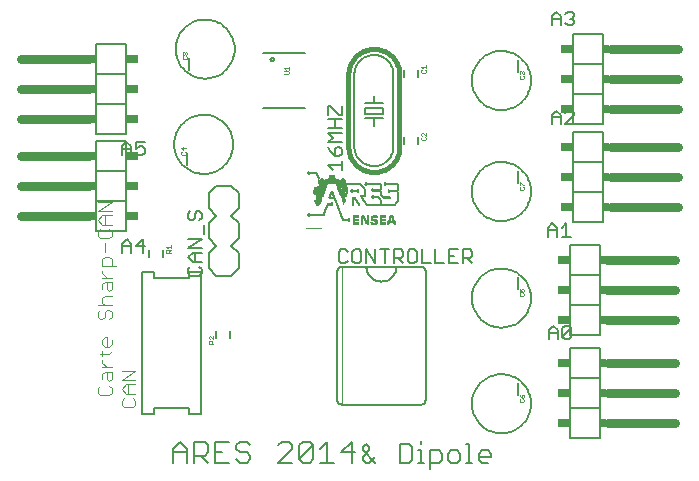
<source format=gto>
G75*
G70*
%OFA0B0*%
%FSLAX24Y24*%
%IPPOS*%
%LPD*%
%AMOC8*
5,1,8,0,0,1.08239X$1,22.5*
%
%ADD10C,0.0040*%
%ADD11C,0.0060*%
%ADD12C,0.0050*%
%ADD13R,0.0072X0.0004*%
%ADD14R,0.0200X0.0004*%
%ADD15R,0.0068X0.0004*%
%ADD16R,0.0080X0.0004*%
%ADD17R,0.0116X0.0004*%
%ADD18R,0.0204X0.0004*%
%ADD19R,0.0208X0.0004*%
%ADD20R,0.0088X0.0004*%
%ADD21R,0.0140X0.0004*%
%ADD22R,0.0076X0.0004*%
%ADD23R,0.0208X0.0004*%
%ADD24R,0.0072X0.0004*%
%ADD25R,0.0088X0.0004*%
%ADD26R,0.0164X0.0004*%
%ADD27R,0.0204X0.0004*%
%ADD28R,0.0076X0.0004*%
%ADD29R,0.0092X0.0004*%
%ADD30R,0.0188X0.0004*%
%ADD31R,0.0196X0.0004*%
%ADD32R,0.0096X0.0004*%
%ADD33R,0.0204X0.0004*%
%ADD34R,0.0100X0.0004*%
%ADD35R,0.0072X0.0004*%
%ADD36R,0.0100X0.0004*%
%ADD37R,0.0212X0.0004*%
%ADD38R,0.0072X0.0004*%
%ADD39R,0.0104X0.0004*%
%ADD40R,0.0216X0.0004*%
%ADD41R,0.0108X0.0004*%
%ADD42R,0.0108X0.0004*%
%ADD43R,0.0104X0.0004*%
%ADD44R,0.0112X0.0004*%
%ADD45R,0.0064X0.0004*%
%ADD46R,0.0048X0.0004*%
%ADD47R,0.0264X0.0004*%
%ADD48R,0.0036X0.0004*%
%ADD49R,0.0256X0.0004*%
%ADD50R,0.0028X0.0004*%
%ADD51R,0.0120X0.0004*%
%ADD52R,0.0016X0.0004*%
%ADD53R,0.0252X0.0004*%
%ADD54R,0.0124X0.0004*%
%ADD55R,0.0008X0.0004*%
%ADD56R,0.0248X0.0004*%
%ADD57R,0.0128X0.0004*%
%ADD58R,0.0244X0.0004*%
%ADD59R,0.0240X0.0004*%
%ADD60R,0.0132X0.0004*%
%ADD61R,0.0240X0.0004*%
%ADD62R,0.0132X0.0004*%
%ADD63R,0.0236X0.0004*%
%ADD64R,0.0136X0.0004*%
%ADD65R,0.0232X0.0004*%
%ADD66R,0.0060X0.0004*%
%ADD67R,0.0040X0.0004*%
%ADD68R,0.0084X0.0004*%
%ADD69R,0.0224X0.0004*%
%ADD70R,0.0052X0.0004*%
%ADD71R,0.0060X0.0004*%
%ADD72R,0.0092X0.0004*%
%ADD73R,0.0124X0.0004*%
%ADD74R,0.0192X0.0004*%
%ADD75R,0.0156X0.0004*%
%ADD76R,0.0244X0.0004*%
%ADD77R,0.0196X0.0004*%
%ADD78R,0.0164X0.0004*%
%ADD79R,0.0192X0.0004*%
%ADD80R,0.0252X0.0004*%
%ADD81R,0.0172X0.0004*%
%ADD82R,0.0176X0.0004*%
%ADD83R,0.0260X0.0004*%
%ADD84R,0.0064X0.0004*%
%ADD85R,0.0180X0.0004*%
%ADD86R,0.0184X0.0004*%
%ADD87R,0.0260X0.0004*%
%ADD88R,0.0064X0.0004*%
%ADD89R,0.0180X0.0004*%
%ADD90R,0.0268X0.0004*%
%ADD91R,0.0164X0.0004*%
%ADD92R,0.0048X0.0004*%
%ADD93R,0.0092X0.0004*%
%ADD94R,0.0156X0.0004*%
%ADD95R,0.0068X0.0004*%
%ADD96R,0.0084X0.0004*%
%ADD97R,0.0144X0.0004*%
%ADD98R,0.0044X0.0004*%
%ADD99R,0.0044X0.0004*%
%ADD100R,0.0056X0.0004*%
%ADD101R,0.0080X0.0004*%
%ADD102R,0.0024X0.0004*%
%ADD103R,0.0044X0.0004*%
%ADD104R,0.0128X0.0004*%
%ADD105R,0.0120X0.0004*%
%ADD106R,0.0012X0.0004*%
%ADD107R,0.0116X0.0004*%
%ADD108R,0.0020X0.0004*%
%ADD109R,0.0136X0.0004*%
%ADD110R,0.0032X0.0004*%
%ADD111R,0.0200X0.0004*%
%ADD112R,0.0112X0.0004*%
%ADD113R,0.0096X0.0004*%
%ADD114R,0.0188X0.0004*%
%ADD115R,0.0168X0.0004*%
%ADD116R,0.0148X0.0004*%
%ADD117R,0.0084X0.0004*%
%ADD118R,0.0544X0.0004*%
%ADD119R,0.0552X0.0004*%
%ADD120R,0.0556X0.0004*%
%ADD121R,0.0560X0.0004*%
%ADD122R,0.0568X0.0004*%
%ADD123R,0.0572X0.0004*%
%ADD124R,0.0572X0.0004*%
%ADD125R,0.0052X0.0004*%
%ADD126R,0.0044X0.0004*%
%ADD127R,0.0020X0.0004*%
%ADD128R,0.0024X0.0004*%
%ADD129R,0.0936X0.0004*%
%ADD130R,0.0952X0.0004*%
%ADD131R,0.0056X0.0004*%
%ADD132R,0.0960X0.0004*%
%ADD133R,0.0968X0.0004*%
%ADD134R,0.0972X0.0004*%
%ADD135R,0.0976X0.0004*%
%ADD136R,0.0984X0.0004*%
%ADD137R,0.0992X0.0004*%
%ADD138R,0.0092X0.0004*%
%ADD139R,0.0996X0.0004*%
%ADD140R,0.1004X0.0004*%
%ADD141R,0.0004X0.0004*%
%ADD142R,0.0008X0.0004*%
%ADD143R,0.0052X0.0004*%
%ADD144R,0.0132X0.0004*%
%ADD145R,0.0144X0.0004*%
%ADD146R,0.0012X0.0004*%
%ADD147R,0.0052X0.0004*%
%ADD148R,0.0152X0.0004*%
%ADD149R,0.0152X0.0004*%
%ADD150R,0.0016X0.0004*%
%ADD151R,0.0160X0.0004*%
%ADD152R,0.0172X0.0004*%
%ADD153R,0.0028X0.0004*%
%ADD154R,0.0032X0.0004*%
%ADD155R,0.0212X0.0004*%
%ADD156R,0.0036X0.0004*%
%ADD157R,0.0232X0.0004*%
%ADD158R,0.0232X0.0004*%
%ADD159R,0.0236X0.0004*%
%ADD160R,0.0228X0.0004*%
%ADD161R,0.0220X0.0004*%
%ADD162R,0.0216X0.0004*%
%ADD163R,0.0212X0.0004*%
%ADD164R,0.0204X0.0004*%
%ADD165R,0.0032X0.0004*%
%ADD166R,0.0228X0.0004*%
%ADD167R,0.0024X0.0004*%
%ADD168R,0.0124X0.0004*%
%ADD169R,0.0224X0.0004*%
%ADD170R,0.0224X0.0004*%
%ADD171R,0.0280X0.0004*%
%ADD172R,0.0272X0.0004*%
%ADD173R,0.0276X0.0004*%
%ADD174R,0.0280X0.0004*%
%ADD175R,0.0272X0.0004*%
%ADD176R,0.0284X0.0004*%
%ADD177R,0.0104X0.0004*%
%ADD178R,0.0288X0.0004*%
%ADD179R,0.0232X0.0004*%
%ADD180R,0.0104X0.0004*%
%ADD181R,0.0268X0.0004*%
%ADD182R,0.0292X0.0004*%
%ADD183R,0.0292X0.0004*%
%ADD184R,0.0296X0.0004*%
%ADD185R,0.0244X0.0004*%
%ADD186R,0.0252X0.0004*%
%ADD187R,0.0172X0.0004*%
%ADD188R,0.0264X0.0004*%
%ADD189R,0.0144X0.0004*%
%ADD190R,0.0040X0.0004*%
%ADD191R,0.0272X0.0004*%
%ADD192R,0.0304X0.0004*%
%ADD193R,0.0312X0.0004*%
%ADD194R,0.0172X0.0004*%
%ADD195R,0.0328X0.0004*%
%ADD196R,0.0336X0.0004*%
%ADD197R,0.0348X0.0004*%
%ADD198R,0.0364X0.0004*%
%ADD199R,0.0376X0.0004*%
%ADD200R,0.0184X0.0004*%
%ADD201R,0.0380X0.0004*%
%ADD202R,0.0384X0.0004*%
%ADD203R,0.0192X0.0004*%
%ADD204R,0.0388X0.0004*%
%ADD205R,0.0384X0.0004*%
%ADD206R,0.0384X0.0004*%
%ADD207R,0.0392X0.0004*%
%ADD208R,0.0392X0.0004*%
%ADD209R,0.0212X0.0004*%
%ADD210R,0.0396X0.0004*%
%ADD211R,0.0344X0.0004*%
%ADD212R,0.0400X0.0004*%
%ADD213R,0.0012X0.0004*%
%ADD214R,0.0344X0.0004*%
%ADD215R,0.0400X0.0004*%
%ADD216R,0.0404X0.0004*%
%ADD217R,0.0296X0.0004*%
%ADD218R,0.0348X0.0004*%
%ADD219R,0.0404X0.0004*%
%ADD220R,0.0300X0.0004*%
%ADD221R,0.0164X0.0004*%
%ADD222R,0.0332X0.0004*%
%ADD223R,0.0408X0.0004*%
%ADD224R,0.0004X0.0004*%
%ADD225R,0.0332X0.0004*%
%ADD226R,0.0408X0.0004*%
%ADD227R,0.0412X0.0004*%
%ADD228R,0.0132X0.0004*%
%ADD229R,0.0412X0.0004*%
%ADD230R,0.0112X0.0004*%
%ADD231R,0.0084X0.0004*%
%ADD232R,0.0412X0.0004*%
%ADD233R,0.0412X0.0004*%
%ADD234R,0.0416X0.0004*%
%ADD235R,0.0124X0.0004*%
%ADD236R,0.0372X0.0004*%
%ADD237R,0.0324X0.0004*%
%ADD238R,0.0308X0.0004*%
%ADD239R,0.0140X0.0004*%
%ADD240R,0.0308X0.0004*%
%ADD241R,0.0152X0.0004*%
%ADD242R,0.0152X0.0004*%
%ADD243R,0.0304X0.0004*%
%ADD244R,0.0304X0.0004*%
%ADD245R,0.0320X0.0004*%
%ADD246R,0.0316X0.0004*%
%ADD247R,0.0312X0.0004*%
%ADD248R,0.0284X0.0004*%
%ADD249R,0.0532X0.0004*%
%ADD250R,0.0564X0.0004*%
%ADD251R,0.0488X0.0004*%
%ADD252R,0.0528X0.0004*%
%ADD253R,0.0564X0.0004*%
%ADD254R,0.0492X0.0004*%
%ADD255R,0.0524X0.0004*%
%ADD256R,0.0292X0.0004*%
%ADD257R,0.0520X0.0004*%
%ADD258R,0.0312X0.0004*%
%ADD259R,0.0512X0.0004*%
%ADD260R,0.0316X0.0004*%
%ADD261R,0.0508X0.0004*%
%ADD262R,0.0568X0.0004*%
%ADD263R,0.0492X0.0004*%
%ADD264R,0.0500X0.0004*%
%ADD265R,0.0492X0.0004*%
%ADD266R,0.0488X0.0004*%
%ADD267R,0.0484X0.0004*%
%ADD268R,0.0332X0.0004*%
%ADD269R,0.0480X0.0004*%
%ADD270R,0.0344X0.0004*%
%ADD271R,0.0472X0.0004*%
%ADD272R,0.0464X0.0004*%
%ADD273R,0.0900X0.0004*%
%ADD274R,0.0908X0.0004*%
%ADD275R,0.0912X0.0004*%
%ADD276R,0.0920X0.0004*%
%ADD277R,0.0920X0.0004*%
%ADD278R,0.0924X0.0004*%
%ADD279R,0.0928X0.0004*%
%ADD280R,0.0932X0.0004*%
%ADD281R,0.0940X0.0004*%
%ADD282R,0.0940X0.0004*%
%ADD283R,0.0944X0.0004*%
%ADD284R,0.0948X0.0004*%
%ADD285R,0.0952X0.0004*%
%ADD286R,0.0948X0.0004*%
%ADD287R,0.0944X0.0004*%
%ADD288R,0.0912X0.0004*%
%ADD289R,0.0892X0.0004*%
%ADD290R,0.0884X0.0004*%
%ADD291R,0.0876X0.0004*%
%ADD292R,0.0868X0.0004*%
%ADD293R,0.0504X0.0004*%
%ADD294R,0.0468X0.0004*%
%ADD295R,0.0448X0.0004*%
%ADD296R,0.0428X0.0004*%
%ADD297R,0.0360X0.0004*%
%ADD298R,0.0012X0.0004*%
%ADD299R,0.0024X0.0004*%
%ADD300R,0.0244X0.0004*%
%ADD301R,0.0220X0.0004*%
%ADD302R,0.0344X0.0004*%
%ADD303R,0.0340X0.0004*%
%ADD304R,0.0340X0.0004*%
%ADD305C,0.0000*%
%ADD306C,0.0080*%
%ADD307C,0.0010*%
%ADD308C,0.0160*%
%ADD309C,0.0020*%
%ADD310R,0.0050X0.0200*%
%ADD311C,0.0300*%
%ADD312R,0.0200X0.0300*%
%ADD313R,0.0400X0.0300*%
D10*
X003673Y003458D02*
X003597Y003535D01*
X003597Y003688D01*
X003673Y003765D01*
X003750Y003918D02*
X003597Y004072D01*
X003750Y004225D01*
X004057Y004225D01*
X004057Y004379D02*
X003597Y004379D01*
X004057Y004686D01*
X003597Y004686D01*
X003263Y004641D02*
X003263Y004410D01*
X003186Y004334D01*
X003110Y004410D01*
X003110Y004641D01*
X003033Y004641D02*
X003263Y004641D01*
X003263Y004794D02*
X002956Y004794D01*
X002956Y004947D02*
X003110Y004794D01*
X003033Y004641D02*
X002956Y004564D01*
X002956Y004410D01*
X002879Y004180D02*
X002803Y004103D01*
X002803Y003950D01*
X002879Y003873D01*
X003186Y003873D01*
X003263Y003950D01*
X003263Y004103D01*
X003186Y004180D01*
X003750Y003918D02*
X004057Y003918D01*
X003980Y003765D02*
X004057Y003688D01*
X004057Y003535D01*
X003980Y003458D01*
X003673Y003458D01*
X003827Y003918D02*
X003827Y004225D01*
X002956Y004947D02*
X002956Y005024D01*
X002956Y005178D02*
X002956Y005331D01*
X002879Y005254D02*
X003186Y005254D01*
X003263Y005331D01*
X003186Y005485D02*
X003033Y005485D01*
X002956Y005561D01*
X002956Y005715D01*
X003033Y005792D01*
X003110Y005792D01*
X003110Y005485D01*
X003186Y005485D02*
X003263Y005561D01*
X003263Y005715D01*
X003186Y006405D02*
X003263Y006482D01*
X003263Y006636D01*
X003186Y006712D01*
X003110Y006712D01*
X003033Y006636D01*
X003033Y006482D01*
X002956Y006405D01*
X002879Y006405D01*
X002803Y006482D01*
X002803Y006636D01*
X002879Y006712D01*
X002803Y006866D02*
X003263Y006866D01*
X003033Y006866D02*
X002956Y006943D01*
X002956Y007096D01*
X003033Y007173D01*
X003263Y007173D01*
X003186Y007326D02*
X003110Y007403D01*
X003110Y007633D01*
X003033Y007633D02*
X003263Y007633D01*
X003263Y007403D01*
X003186Y007326D01*
X002956Y007403D02*
X002956Y007556D01*
X003033Y007633D01*
X003110Y007787D02*
X002956Y007940D01*
X002956Y008017D01*
X002956Y008170D02*
X002956Y008400D01*
X003033Y008477D01*
X003186Y008477D01*
X003263Y008400D01*
X003263Y008170D01*
X003416Y008170D02*
X002956Y008170D01*
X002956Y007787D02*
X003263Y007787D01*
X003033Y008631D02*
X003033Y008938D01*
X003186Y009091D02*
X003263Y009168D01*
X003263Y009321D01*
X003186Y009398D01*
X003263Y009551D02*
X002956Y009551D01*
X002803Y009705D01*
X002956Y009858D01*
X003263Y009858D01*
X003263Y010012D02*
X002803Y010012D01*
X003263Y010319D01*
X002803Y010319D01*
X003033Y009858D02*
X003033Y009551D01*
X002879Y009398D02*
X002803Y009321D01*
X002803Y009168D01*
X002879Y009091D01*
X003186Y009091D01*
D11*
X002758Y009331D02*
X003758Y009331D01*
X003758Y010331D01*
X003758Y011331D01*
X003758Y012331D01*
X002758Y012331D01*
X002758Y011331D01*
X002758Y010331D01*
X002758Y009331D01*
X002758Y010331D02*
X003758Y010331D01*
X003758Y011331D02*
X002758Y011331D01*
X002750Y012588D02*
X003750Y012588D01*
X003750Y013588D01*
X003750Y014588D01*
X003750Y015588D01*
X002750Y015588D01*
X002750Y014588D01*
X002750Y013588D01*
X002750Y012588D01*
X002750Y013588D02*
X003750Y013588D01*
X003750Y014588D02*
X002750Y014588D01*
X008298Y015283D02*
X009718Y015283D01*
X011358Y014553D02*
X011358Y012153D01*
X011360Y012103D01*
X011366Y012054D01*
X011375Y012005D01*
X011388Y011957D01*
X011405Y011910D01*
X011425Y011865D01*
X011449Y011821D01*
X011476Y011779D01*
X011507Y011739D01*
X011540Y011702D01*
X011576Y011668D01*
X011614Y011636D01*
X011655Y011607D01*
X011697Y011582D01*
X011742Y011560D01*
X011788Y011541D01*
X011836Y011526D01*
X011884Y011515D01*
X011933Y011507D01*
X011983Y011503D01*
X012033Y011503D01*
X012083Y011507D01*
X012132Y011515D01*
X012180Y011526D01*
X012228Y011541D01*
X012274Y011560D01*
X012319Y011582D01*
X012361Y011607D01*
X012402Y011636D01*
X012440Y011668D01*
X012476Y011702D01*
X012509Y011739D01*
X012540Y011779D01*
X012567Y011821D01*
X012591Y011865D01*
X012611Y011910D01*
X012628Y011957D01*
X012641Y012005D01*
X012650Y012054D01*
X012656Y012103D01*
X012658Y012153D01*
X012658Y014553D01*
X013022Y014485D02*
X013022Y014721D01*
X013494Y014721D02*
X013494Y014485D01*
X012308Y013603D02*
X012008Y013603D01*
X012008Y013853D01*
X012008Y013603D02*
X011708Y013603D01*
X011708Y013453D02*
X012308Y013453D01*
X012308Y013253D01*
X011708Y013253D01*
X011708Y013453D01*
X011708Y013103D02*
X012008Y013103D01*
X012008Y012853D01*
X012008Y013103D02*
X012308Y013103D01*
X013022Y012471D02*
X013022Y012235D01*
X013494Y012235D02*
X013494Y012471D01*
X012658Y014553D02*
X012656Y014603D01*
X012650Y014652D01*
X012641Y014701D01*
X012628Y014749D01*
X012611Y014796D01*
X012591Y014841D01*
X012567Y014885D01*
X012540Y014927D01*
X012509Y014967D01*
X012476Y015004D01*
X012440Y015038D01*
X012402Y015070D01*
X012361Y015099D01*
X012319Y015124D01*
X012274Y015146D01*
X012228Y015165D01*
X012180Y015180D01*
X012132Y015191D01*
X012083Y015199D01*
X012033Y015203D01*
X011983Y015203D01*
X011933Y015199D01*
X011884Y015191D01*
X011836Y015180D01*
X011788Y015165D01*
X011742Y015146D01*
X011697Y015124D01*
X011655Y015099D01*
X011614Y015070D01*
X011576Y015038D01*
X011540Y015004D01*
X011507Y014967D01*
X011476Y014927D01*
X011449Y014885D01*
X011425Y014841D01*
X011405Y014796D01*
X011388Y014749D01*
X011375Y014701D01*
X011366Y014652D01*
X011360Y014603D01*
X011358Y014553D01*
X009718Y013423D02*
X008298Y013423D01*
X004994Y008721D02*
X004994Y008485D01*
X004522Y008485D02*
X004522Y008721D01*
X006747Y005996D02*
X006747Y005760D01*
X007219Y005760D02*
X007219Y005996D01*
X010788Y008003D02*
X010788Y003703D01*
X010790Y003680D01*
X010795Y003657D01*
X010804Y003635D01*
X010817Y003615D01*
X010832Y003597D01*
X010850Y003582D01*
X010870Y003569D01*
X010892Y003560D01*
X010915Y003555D01*
X010938Y003553D01*
X013578Y003553D01*
X013601Y003555D01*
X013624Y003560D01*
X013646Y003569D01*
X013666Y003582D01*
X013684Y003597D01*
X013699Y003615D01*
X013712Y003635D01*
X013721Y003657D01*
X013726Y003680D01*
X013728Y003703D01*
X013728Y008003D01*
X013726Y008026D01*
X013721Y008049D01*
X013712Y008071D01*
X013699Y008091D01*
X013684Y008109D01*
X013666Y008124D01*
X013646Y008137D01*
X013624Y008146D01*
X013601Y008151D01*
X013578Y008153D01*
X010938Y008153D01*
X010915Y008151D01*
X010892Y008146D01*
X010870Y008137D01*
X010850Y008124D01*
X010832Y008109D01*
X010817Y008091D01*
X010804Y008071D01*
X010795Y008049D01*
X010790Y008026D01*
X010788Y008003D01*
X011758Y008153D02*
X011760Y008109D01*
X011766Y008066D01*
X011775Y008024D01*
X011788Y007982D01*
X011805Y007942D01*
X011825Y007903D01*
X011848Y007866D01*
X011875Y007832D01*
X011904Y007799D01*
X011937Y007770D01*
X011971Y007743D01*
X012008Y007720D01*
X012047Y007700D01*
X012087Y007683D01*
X012129Y007670D01*
X012171Y007661D01*
X012214Y007655D01*
X012258Y007653D01*
X012302Y007655D01*
X012345Y007661D01*
X012387Y007670D01*
X012429Y007683D01*
X012469Y007700D01*
X012508Y007720D01*
X012545Y007743D01*
X012579Y007770D01*
X012612Y007799D01*
X012641Y007832D01*
X012668Y007866D01*
X012691Y007903D01*
X012711Y007942D01*
X012728Y007982D01*
X012741Y008024D01*
X012750Y008066D01*
X012756Y008109D01*
X012758Y008153D01*
X018533Y007878D02*
X018533Y006878D01*
X018533Y005878D01*
X019533Y005878D01*
X019533Y006878D01*
X019533Y007878D01*
X019533Y008878D01*
X018533Y008878D01*
X018533Y007878D01*
X019533Y007878D01*
X019533Y006878D02*
X018533Y006878D01*
X018556Y005450D02*
X019556Y005450D01*
X019556Y004450D01*
X019556Y003450D01*
X019556Y002450D01*
X018556Y002450D01*
X018556Y003450D01*
X019556Y003450D01*
X018556Y003450D02*
X018556Y004450D01*
X019556Y004450D01*
X018556Y004450D02*
X018556Y005450D01*
X018658Y009628D02*
X019658Y009628D01*
X019658Y010628D01*
X019658Y011628D01*
X019658Y012628D01*
X018658Y012628D01*
X018658Y011628D01*
X018658Y010628D01*
X018658Y009628D01*
X018658Y010628D02*
X019658Y010628D01*
X019658Y011628D02*
X018658Y011628D01*
X018656Y012914D02*
X019656Y012914D01*
X019656Y013914D01*
X019656Y014914D01*
X019656Y015914D01*
X018656Y015914D01*
X018656Y014914D01*
X018656Y013914D01*
X018656Y012914D01*
X018656Y013914D02*
X019656Y013914D01*
X019656Y014914D02*
X018656Y014914D01*
X011262Y002320D02*
X010911Y001970D01*
X011378Y001970D01*
X011262Y002320D02*
X011262Y001619D01*
X010679Y001619D02*
X010212Y001619D01*
X010445Y001619D02*
X010445Y002320D01*
X010212Y002086D01*
X009979Y002203D02*
X009512Y001736D01*
X009629Y001619D01*
X009862Y001619D01*
X009979Y001736D01*
X009979Y002203D01*
X009862Y002320D01*
X009629Y002320D01*
X009512Y002203D01*
X009512Y001736D01*
X009279Y001619D02*
X008812Y001619D01*
X009279Y002086D01*
X009279Y002203D01*
X009162Y002320D01*
X008929Y002320D01*
X008812Y002203D01*
X007879Y002203D02*
X007763Y002320D01*
X007529Y002320D01*
X007412Y002203D01*
X007412Y002086D01*
X007529Y001970D01*
X007763Y001970D01*
X007879Y001853D01*
X007879Y001736D01*
X007763Y001619D01*
X007529Y001619D01*
X007412Y001736D01*
X007180Y001619D02*
X006713Y001619D01*
X006713Y002320D01*
X007180Y002320D01*
X006946Y001970D02*
X006713Y001970D01*
X006480Y001970D02*
X006363Y001853D01*
X006013Y001853D01*
X006246Y001853D02*
X006480Y001619D01*
X006480Y001970D02*
X006480Y002203D01*
X006363Y002320D01*
X006013Y002320D01*
X006013Y001619D01*
X005780Y001619D02*
X005780Y002086D01*
X005547Y002320D01*
X005313Y002086D01*
X005313Y001619D01*
X005313Y001970D02*
X005780Y001970D01*
D12*
X005849Y003241D02*
X005849Y003438D01*
X004667Y003438D01*
X004667Y003241D01*
X004274Y003241D01*
X004274Y007965D01*
X004667Y007965D01*
X004667Y007769D01*
X005849Y007769D01*
X005849Y007965D01*
X006242Y007965D01*
X006242Y003241D01*
X005849Y003241D01*
X011647Y002125D02*
X011647Y002023D01*
X012054Y001616D01*
X012054Y001819D02*
X011850Y001616D01*
X011749Y001616D01*
X011647Y001718D01*
X011647Y001819D01*
X011850Y002023D01*
X011850Y002125D01*
X011749Y002226D01*
X011647Y002125D01*
X012862Y002226D02*
X012862Y001616D01*
X013168Y001616D01*
X013269Y001718D01*
X013269Y002125D01*
X013168Y002226D01*
X012862Y002226D01*
X013470Y002023D02*
X013572Y002023D01*
X013572Y001616D01*
X013470Y001616D02*
X013674Y001616D01*
X013875Y001616D02*
X014181Y001616D01*
X014282Y001718D01*
X014282Y001921D01*
X014181Y002023D01*
X013875Y002023D01*
X013875Y001412D01*
X014483Y001718D02*
X014483Y001921D01*
X014585Y002023D01*
X014788Y002023D01*
X014890Y001921D01*
X014890Y001718D01*
X014788Y001616D01*
X014585Y001616D01*
X014483Y001718D01*
X015091Y001616D02*
X015294Y001616D01*
X015192Y001616D02*
X015192Y002226D01*
X015091Y002226D01*
X015496Y001921D02*
X015598Y002023D01*
X015801Y002023D01*
X015903Y001921D01*
X015903Y001819D01*
X015496Y001819D01*
X015496Y001718D02*
X015496Y001921D01*
X015496Y001718D02*
X015598Y001616D01*
X015801Y001616D01*
X013572Y002226D02*
X013572Y002328D01*
X017831Y005725D02*
X017831Y006025D01*
X017982Y006175D01*
X018132Y006025D01*
X018132Y005725D01*
X018292Y005800D02*
X018592Y006100D01*
X018592Y005800D01*
X018517Y005725D01*
X018367Y005725D01*
X018292Y005800D01*
X018292Y006100D01*
X018367Y006175D01*
X018517Y006175D01*
X018592Y006100D01*
X018132Y005950D02*
X017831Y005950D01*
X015277Y008278D02*
X015127Y008428D01*
X015202Y008428D02*
X014977Y008428D01*
X014977Y008278D02*
X014977Y008729D01*
X015202Y008729D01*
X015277Y008654D01*
X015277Y008503D01*
X015202Y008428D01*
X014816Y008278D02*
X014516Y008278D01*
X014516Y008729D01*
X014816Y008729D01*
X014666Y008503D02*
X014516Y008503D01*
X014356Y008278D02*
X014056Y008278D01*
X014056Y008729D01*
X013595Y008729D02*
X013595Y008278D01*
X013896Y008278D01*
X013435Y008353D02*
X013435Y008654D01*
X013360Y008729D01*
X013210Y008729D01*
X013135Y008654D01*
X013135Y008353D01*
X013210Y008278D01*
X013360Y008278D01*
X013435Y008353D01*
X012975Y008278D02*
X012825Y008428D01*
X012900Y008428D02*
X012675Y008428D01*
X012675Y008278D02*
X012675Y008729D01*
X012900Y008729D01*
X012975Y008654D01*
X012975Y008503D01*
X012900Y008428D01*
X012514Y008729D02*
X012214Y008729D01*
X012364Y008729D02*
X012364Y008278D01*
X012054Y008278D02*
X012054Y008729D01*
X011754Y008729D02*
X012054Y008278D01*
X011754Y008278D02*
X011754Y008729D01*
X011594Y008654D02*
X011519Y008729D01*
X011368Y008729D01*
X011293Y008654D01*
X011293Y008353D01*
X011368Y008278D01*
X011519Y008278D01*
X011594Y008353D01*
X011594Y008654D01*
X011133Y008654D02*
X011058Y008729D01*
X010908Y008729D01*
X010833Y008654D01*
X010833Y008353D01*
X010908Y008278D01*
X011058Y008278D01*
X011133Y008353D01*
X010933Y011378D02*
X010933Y011678D01*
X010933Y011528D02*
X010483Y011528D01*
X010633Y011378D01*
X010708Y011839D02*
X010708Y012064D01*
X010783Y012139D01*
X010858Y012139D01*
X010933Y012064D01*
X010933Y011914D01*
X010858Y011839D01*
X010708Y011839D01*
X010558Y011989D01*
X010483Y012139D01*
X010483Y012299D02*
X010633Y012449D01*
X010483Y012599D01*
X010933Y012599D01*
X010933Y012759D02*
X010483Y012759D01*
X010708Y012759D02*
X010708Y013060D01*
X010858Y013220D02*
X010933Y013220D01*
X010933Y013520D01*
X010858Y013220D02*
X010558Y013520D01*
X010483Y013520D01*
X010483Y013220D01*
X010483Y013060D02*
X010933Y013060D01*
X010933Y012299D02*
X010483Y012299D01*
X006338Y009530D02*
X006338Y009229D01*
X006263Y009069D02*
X005813Y009069D01*
X005813Y008769D02*
X006263Y009069D01*
X006263Y008769D02*
X005813Y008769D01*
X005963Y008609D02*
X006263Y008609D01*
X006038Y008609D02*
X006038Y008309D01*
X005963Y008309D02*
X005813Y008459D01*
X005963Y008609D01*
X005963Y008309D02*
X006263Y008309D01*
X006188Y008148D02*
X006263Y008073D01*
X006263Y007923D01*
X006188Y007848D01*
X005888Y007848D01*
X005813Y007923D01*
X005813Y008073D01*
X005888Y008148D01*
X004298Y008606D02*
X004298Y009057D01*
X004073Y008831D01*
X004373Y008831D01*
X003912Y008831D02*
X003612Y008831D01*
X003612Y008906D02*
X003762Y009057D01*
X003912Y008906D01*
X003912Y008606D01*
X003612Y008606D02*
X003612Y008906D01*
X005813Y009765D02*
X005888Y009690D01*
X005963Y009690D01*
X006038Y009765D01*
X006038Y009915D01*
X006113Y009990D01*
X006188Y009990D01*
X006263Y009915D01*
X006263Y009765D01*
X006188Y009690D01*
X005888Y009990D02*
X005813Y009915D01*
X005813Y009765D01*
X004290Y011863D02*
X004140Y011863D01*
X004065Y011938D01*
X004065Y012088D02*
X004215Y012163D01*
X004290Y012163D01*
X004365Y012088D01*
X004365Y011938D01*
X004290Y011863D01*
X004065Y012088D02*
X004065Y012314D01*
X004365Y012314D01*
X003904Y012163D02*
X003904Y011863D01*
X003904Y012088D02*
X003604Y012088D01*
X003604Y012163D02*
X003754Y012314D01*
X003904Y012163D01*
X003604Y012163D02*
X003604Y011863D01*
X017808Y009453D02*
X017808Y009153D01*
X017808Y009378D02*
X018108Y009378D01*
X018108Y009453D02*
X018108Y009153D01*
X018268Y009153D02*
X018569Y009153D01*
X018419Y009153D02*
X018419Y009604D01*
X018268Y009453D01*
X018108Y009453D02*
X017958Y009604D01*
X017808Y009453D01*
X017933Y012903D02*
X017933Y013203D01*
X018083Y013354D01*
X018233Y013203D01*
X018233Y012903D01*
X018393Y012903D02*
X018694Y013203D01*
X018694Y013279D01*
X018619Y013354D01*
X018468Y013354D01*
X018393Y013279D01*
X018233Y013128D02*
X017933Y013128D01*
X018393Y012903D02*
X018694Y012903D01*
X018617Y016189D02*
X018467Y016189D01*
X018392Y016264D01*
X018232Y016189D02*
X018232Y016490D01*
X018082Y016640D01*
X017931Y016490D01*
X017931Y016189D01*
X017931Y016414D02*
X018232Y016414D01*
X018392Y016565D02*
X018467Y016640D01*
X018617Y016640D01*
X018692Y016565D01*
X018692Y016490D01*
X018617Y016414D01*
X018692Y016339D01*
X018692Y016264D01*
X018617Y016189D01*
X018617Y016414D02*
X018542Y016414D01*
D13*
X011730Y010855D03*
X011966Y010643D03*
X011290Y010623D03*
X011102Y010691D03*
X011086Y010639D03*
X011010Y010691D03*
X011006Y010695D03*
X010966Y010739D03*
X011086Y010511D03*
X011086Y010503D03*
X011086Y010499D03*
X011302Y010243D03*
X011810Y009823D03*
X011810Y009819D03*
X011810Y009815D03*
X011810Y009811D03*
X011810Y009803D03*
X011810Y009799D03*
X011810Y009795D03*
X011810Y009791D03*
X011810Y009783D03*
X011810Y009779D03*
X011810Y009775D03*
X011810Y009771D03*
X011810Y009763D03*
X011810Y009759D03*
X011810Y009755D03*
X011810Y009751D03*
X011810Y009743D03*
X011810Y009739D03*
X011810Y009735D03*
X011810Y009731D03*
X011810Y009723D03*
X011810Y009719D03*
X011810Y009715D03*
X011810Y009711D03*
X011810Y009703D03*
X011810Y009699D03*
X011810Y009695D03*
X011810Y009691D03*
X011810Y009683D03*
X011810Y009679D03*
X011810Y009675D03*
X011810Y009671D03*
X011810Y009663D03*
X011810Y009659D03*
X011810Y009655D03*
X011810Y009651D03*
X011810Y009643D03*
X011810Y009639D03*
X011946Y009735D03*
X011946Y009739D03*
X012086Y009779D03*
X012102Y009619D03*
X012102Y009615D03*
X012102Y009611D03*
X012022Y009535D03*
X011622Y009543D03*
X011622Y009551D03*
X011622Y009555D03*
X011622Y009559D03*
X011622Y009563D03*
X011622Y009571D03*
X011622Y009575D03*
X011622Y009579D03*
X011622Y009583D03*
X011622Y009591D03*
X011622Y009595D03*
X011622Y009599D03*
X011622Y009603D03*
X011622Y009611D03*
X011622Y009615D03*
X011622Y009619D03*
X011622Y009623D03*
X011622Y009631D03*
X011622Y009635D03*
X011622Y009639D03*
X011622Y009643D03*
X011622Y009651D03*
X011622Y009655D03*
X011622Y009659D03*
X011622Y009663D03*
X011622Y009671D03*
X011622Y009675D03*
X011622Y009679D03*
X011622Y009683D03*
X011622Y009691D03*
X011622Y009695D03*
X011622Y009699D03*
X011622Y009703D03*
X011622Y009711D03*
X011622Y009715D03*
X011622Y009719D03*
X011622Y009723D03*
X011166Y009719D03*
X011166Y009655D03*
X012482Y009543D03*
X012482Y009539D03*
X012486Y009555D03*
X012522Y009651D03*
X012522Y009655D03*
X012522Y009659D03*
X012526Y009663D03*
X012526Y009671D03*
X012530Y009675D03*
X012530Y009679D03*
X012542Y009711D03*
X012546Y009723D03*
X012550Y009735D03*
X012642Y009723D03*
X012646Y009715D03*
X012646Y009711D03*
X012650Y009703D03*
X012650Y009699D03*
X012662Y009671D03*
X012666Y009663D03*
X012666Y009659D03*
X012666Y009655D03*
X012670Y009651D03*
X012702Y009559D03*
D14*
X012306Y009775D03*
X012306Y009779D03*
X012306Y009783D03*
X012306Y009791D03*
X012306Y009795D03*
X012306Y009799D03*
X012306Y009803D03*
X012306Y009811D03*
X012306Y009815D03*
X012306Y009819D03*
X012306Y009823D03*
X012022Y009791D03*
X012014Y009559D03*
X011418Y009539D03*
X011414Y009775D03*
X011414Y009779D03*
X011414Y009783D03*
X011414Y009791D03*
X011414Y009795D03*
X011414Y009799D03*
X011414Y009803D03*
X011414Y009811D03*
X011414Y009815D03*
X011414Y009819D03*
X011414Y009823D03*
X010546Y010219D03*
X010182Y010375D03*
X010142Y010275D03*
X010958Y010591D03*
X010958Y010595D03*
X010622Y011139D03*
D15*
X010608Y010631D03*
X011020Y010683D03*
X011088Y010635D03*
X011088Y010523D03*
X011088Y010519D03*
X011088Y010515D03*
X010980Y010363D03*
X011300Y010175D03*
X011504Y010175D03*
X011968Y010411D03*
X011968Y010479D03*
X011732Y010851D03*
X011732Y010923D03*
X011492Y010691D03*
X011492Y010623D03*
X011292Y010691D03*
X011168Y009723D03*
X011620Y009539D03*
X011944Y009743D03*
X011944Y009751D03*
X011944Y009755D03*
X011948Y009763D03*
X012532Y009683D03*
X012536Y009695D03*
X012544Y009715D03*
X012544Y009719D03*
X012548Y009731D03*
X012552Y009739D03*
X012556Y009751D03*
X012632Y009751D03*
X012632Y009755D03*
X012636Y009743D03*
X012640Y009731D03*
X012644Y009719D03*
X012660Y009675D03*
X012708Y009539D03*
X012516Y010475D03*
X012372Y010851D03*
X009836Y011211D03*
X009836Y009891D03*
X009836Y009823D03*
D16*
X010598Y010183D03*
X010598Y010239D03*
X010974Y010395D03*
X010974Y010399D03*
X011082Y010471D03*
X011082Y010475D03*
X011082Y010479D03*
X011082Y010483D03*
X011082Y010643D03*
X011098Y010699D03*
X010986Y010711D03*
X010982Y010715D03*
X010970Y010731D03*
X010606Y010615D03*
X011290Y010683D03*
X011302Y010239D03*
X011302Y010183D03*
X011490Y010251D03*
X011502Y010183D03*
X011166Y009715D03*
X011166Y009659D03*
X011802Y009539D03*
X012094Y009595D03*
X012098Y009639D03*
X012518Y010619D03*
X012518Y010671D03*
X012374Y010859D03*
X012374Y010915D03*
X011966Y010703D03*
X011730Y010915D03*
X009834Y011219D03*
X009834Y011271D03*
X009834Y011275D03*
D17*
X010856Y010743D03*
X010872Y010703D03*
X010876Y010699D03*
X011080Y010739D03*
X010968Y011031D03*
X010964Y010471D03*
X010964Y010463D03*
X011336Y010419D03*
X011644Y009763D03*
X011788Y009603D03*
X011788Y009599D03*
X012020Y009539D03*
X012596Y009791D03*
D18*
X012308Y009591D03*
X012308Y009583D03*
X012308Y009579D03*
X012308Y009575D03*
X012308Y009571D03*
X012308Y009563D03*
X012308Y009559D03*
X012308Y009555D03*
X012308Y009551D03*
X012308Y009543D03*
X012308Y009539D03*
X012020Y009783D03*
X010952Y010615D03*
X010948Y010619D03*
X010544Y010215D03*
X010544Y010211D03*
X010180Y010371D03*
X010192Y010403D03*
X010192Y010411D03*
X010144Y010279D03*
X010624Y011131D03*
X010624Y011135D03*
D19*
X010954Y010611D03*
X010542Y010203D03*
X010542Y010199D03*
X010538Y010191D03*
X010174Y010363D03*
X010142Y010283D03*
X011418Y009591D03*
X011418Y009583D03*
X011418Y009579D03*
X011418Y009575D03*
X011418Y009571D03*
X011418Y009563D03*
X011418Y009559D03*
X011418Y009555D03*
X011418Y009551D03*
X011418Y009543D03*
D20*
X011166Y009663D03*
X011630Y009819D03*
X011630Y009823D03*
X011802Y009543D03*
X012090Y009591D03*
X011502Y010191D03*
X011502Y010231D03*
X011302Y010231D03*
X011302Y010191D03*
X010970Y010415D03*
X010970Y010419D03*
X011078Y010651D03*
X011094Y010711D03*
X011290Y010679D03*
X011734Y010863D03*
X012374Y010863D03*
X012518Y010463D03*
X010966Y011043D03*
X010606Y010603D03*
X010598Y010231D03*
X010282Y011043D03*
X009834Y011223D03*
D21*
X010280Y011023D03*
X010852Y010783D03*
X010968Y011023D03*
X010964Y010503D03*
X010148Y010215D03*
X012020Y009543D03*
X012064Y009659D03*
X012596Y009759D03*
D22*
X012688Y009591D03*
X012696Y009575D03*
X012700Y009563D03*
X012704Y009555D03*
X012704Y009551D03*
X012708Y009543D03*
X012500Y009591D03*
X012496Y009583D03*
X012492Y009571D03*
X012488Y009563D03*
X012488Y009559D03*
X012484Y009551D03*
X012244Y009595D03*
X012244Y009599D03*
X012244Y009603D03*
X012244Y009611D03*
X012244Y009615D03*
X012244Y009619D03*
X012244Y009623D03*
X012244Y009631D03*
X012244Y009635D03*
X012244Y009639D03*
X012244Y009643D03*
X012244Y009651D03*
X012244Y009655D03*
X012244Y009659D03*
X012244Y009719D03*
X012244Y009723D03*
X012244Y009731D03*
X012244Y009735D03*
X012244Y009739D03*
X012244Y009743D03*
X012244Y009751D03*
X012244Y009755D03*
X012244Y009759D03*
X012244Y009763D03*
X012244Y009771D03*
X012104Y009631D03*
X012100Y009635D03*
X012104Y009623D03*
X012100Y009603D03*
X012100Y009599D03*
X011948Y009731D03*
X011952Y009771D03*
X012024Y009831D03*
X011504Y010179D03*
X011484Y010255D03*
X011300Y010179D03*
X011332Y010443D03*
X011084Y010491D03*
X011084Y010495D03*
X010976Y010391D03*
X010976Y010383D03*
X011000Y010699D03*
X010996Y010703D03*
X010968Y010735D03*
X011100Y010695D03*
X010608Y010623D03*
X010608Y010619D03*
X009836Y011215D03*
X011352Y009771D03*
X011352Y009763D03*
X011352Y009759D03*
X011352Y009755D03*
X011352Y009751D03*
X011352Y009743D03*
X011352Y009739D03*
X011352Y009735D03*
X011352Y009731D03*
X011352Y009723D03*
X011352Y009719D03*
X011352Y009659D03*
X011352Y009655D03*
X011352Y009651D03*
X011352Y009643D03*
X011352Y009639D03*
X011352Y009635D03*
X011352Y009631D03*
X011352Y009623D03*
X011352Y009619D03*
X011352Y009615D03*
X011352Y009611D03*
X011352Y009603D03*
X011352Y009599D03*
X011352Y009595D03*
X011968Y010415D03*
X011968Y010475D03*
X011732Y010859D03*
X011732Y010919D03*
X012372Y010855D03*
X012520Y010675D03*
X012520Y010615D03*
X012516Y010471D03*
X012516Y010411D03*
D23*
X012018Y009567D03*
X011418Y009567D03*
X011418Y009547D03*
X011418Y009587D03*
X010538Y010187D03*
X010622Y011127D03*
D24*
X010606Y010627D03*
X011086Y010507D03*
X011966Y010707D03*
X011810Y009807D03*
X011810Y009787D03*
X011810Y009767D03*
X011810Y009747D03*
X011810Y009727D03*
X011810Y009707D03*
X011810Y009687D03*
X011810Y009667D03*
X011810Y009647D03*
X011950Y009767D03*
X012102Y009607D03*
X012490Y009567D03*
X012526Y009667D03*
X012642Y009727D03*
X012662Y009667D03*
X012670Y009647D03*
X012706Y009547D03*
X011622Y009547D03*
X011622Y009567D03*
X011622Y009587D03*
X011622Y009607D03*
X011622Y009627D03*
X011622Y009647D03*
X011622Y009667D03*
X011622Y009687D03*
X011622Y009707D03*
X011622Y009727D03*
D25*
X011802Y009547D03*
X011958Y009587D03*
X012594Y009827D03*
X012518Y010667D03*
X010606Y010607D03*
D26*
X012016Y009547D03*
D27*
X012308Y009547D03*
X012308Y009567D03*
X012308Y009587D03*
X010544Y010207D03*
X010192Y010407D03*
D28*
X009836Y009887D03*
X009836Y009827D03*
X010976Y010387D03*
X011084Y010487D03*
X010992Y010707D03*
X011292Y010687D03*
X011292Y010627D03*
X011492Y010627D03*
X011492Y010687D03*
X010968Y011047D03*
X011352Y009767D03*
X011352Y009747D03*
X011352Y009727D03*
X011352Y009647D03*
X011352Y009627D03*
X011352Y009607D03*
X012104Y009627D03*
X012244Y009627D03*
X012244Y009607D03*
X012244Y009647D03*
X012244Y009727D03*
X012244Y009747D03*
X012244Y009767D03*
X012520Y009647D03*
X012484Y009547D03*
X012692Y009587D03*
D29*
X012596Y009823D03*
X011960Y009723D03*
X011800Y009555D03*
X011800Y009551D03*
X011632Y009811D03*
X011632Y009815D03*
X011300Y010195D03*
X011300Y010223D03*
X011332Y010439D03*
X011092Y010715D03*
X010140Y010191D03*
D30*
X010144Y010259D03*
X010144Y010263D03*
X010936Y010631D03*
X011652Y010483D03*
X011652Y010479D03*
X011652Y010475D03*
X012012Y009551D03*
D31*
X012012Y009555D03*
X012024Y009795D03*
X011412Y009711D03*
X011412Y009703D03*
X011412Y009699D03*
X011412Y009695D03*
X011412Y009691D03*
X011412Y009683D03*
X011412Y009679D03*
X011412Y009675D03*
X011412Y009671D03*
X010548Y010223D03*
X010192Y010391D03*
X010192Y010395D03*
X010192Y010399D03*
X010188Y010383D03*
X010184Y010379D03*
X010144Y010271D03*
X010944Y010623D03*
X010624Y011143D03*
D32*
X010966Y011039D03*
X011090Y010719D03*
X010966Y010439D03*
X010966Y010435D03*
X011302Y010219D03*
X011302Y010215D03*
X011302Y010211D03*
X011302Y010203D03*
X011302Y010199D03*
X011502Y010203D03*
X011502Y010211D03*
X011502Y010215D03*
X011502Y010219D03*
X011634Y009803D03*
X011798Y009563D03*
X011798Y009559D03*
X011966Y009779D03*
X012594Y009819D03*
D33*
X012016Y009563D03*
X010956Y010599D03*
X010956Y010603D03*
D34*
X011796Y009567D03*
D35*
X012498Y009587D03*
X012534Y009687D03*
X012634Y009747D03*
X012654Y009687D03*
X012698Y009567D03*
X012518Y010407D03*
D36*
X012596Y009815D03*
X011796Y009571D03*
X011636Y009795D03*
X011636Y009799D03*
X011332Y010435D03*
X011088Y010723D03*
X010280Y011039D03*
X010144Y010195D03*
D37*
X010172Y010359D03*
X010192Y010415D03*
X010192Y010419D03*
X010540Y010195D03*
X012020Y009575D03*
X012020Y009571D03*
D38*
X012494Y009575D03*
X012494Y009579D03*
X012534Y009691D03*
X012538Y009699D03*
X012538Y009703D03*
X012554Y009743D03*
X012558Y009755D03*
X012638Y009739D03*
X012638Y009735D03*
X012654Y009695D03*
X012654Y009691D03*
X012658Y009683D03*
X012658Y009679D03*
X012694Y009583D03*
X012694Y009579D03*
X012698Y009571D03*
X012518Y010611D03*
X012518Y010679D03*
X012374Y010919D03*
X010978Y010379D03*
X010978Y010375D03*
X010978Y010371D03*
X010598Y010243D03*
X010598Y010179D03*
X009834Y011279D03*
D39*
X010862Y010715D03*
X011334Y010431D03*
X011638Y009791D03*
X011794Y009579D03*
X011794Y009575D03*
X012594Y009811D03*
D40*
X012022Y009583D03*
X012022Y009579D03*
X010606Y010435D03*
X010606Y010439D03*
X010194Y010423D03*
X010166Y010351D03*
X010142Y010295D03*
X010142Y010291D03*
X010622Y011111D03*
X010622Y011115D03*
D41*
X010968Y011035D03*
X011084Y010731D03*
X010864Y010711D03*
X010860Y010719D03*
X010860Y010723D03*
X010964Y010455D03*
X011640Y009783D03*
X011640Y009779D03*
X011792Y009583D03*
X011968Y009719D03*
X012084Y009651D03*
X012596Y009803D03*
D42*
X011792Y009587D03*
X011336Y010427D03*
X010860Y010727D03*
D43*
X011638Y009787D03*
X012082Y009587D03*
X012594Y009807D03*
D44*
X011790Y009595D03*
X011790Y009591D03*
X011642Y009771D03*
X011642Y009775D03*
X010966Y010459D03*
X011082Y010735D03*
X010282Y011035D03*
X010146Y010199D03*
D45*
X010606Y010635D03*
X010966Y010743D03*
X011106Y010683D03*
X010966Y011051D03*
X011966Y010711D03*
X011966Y010639D03*
X011946Y009759D03*
X011946Y009591D03*
X011166Y009651D03*
D46*
X010966Y009711D03*
X010962Y009723D03*
X010958Y009731D03*
X010958Y009735D03*
X010954Y009743D03*
X010950Y009751D03*
X010950Y009755D03*
X010946Y009763D03*
X010942Y009775D03*
X010934Y009795D03*
X010934Y009799D03*
X010926Y009815D03*
X010926Y009819D03*
X010922Y009831D03*
X010918Y009839D03*
X010914Y009851D03*
X010910Y009859D03*
X010910Y009863D03*
X010906Y009871D03*
X010902Y009879D03*
X010902Y009883D03*
X010898Y009891D03*
X010898Y009895D03*
X010894Y009899D03*
X010894Y009903D03*
X010890Y009911D03*
X010890Y009915D03*
X010886Y009923D03*
X010882Y009931D03*
X010882Y009935D03*
X010878Y009943D03*
X010874Y009955D03*
X010870Y009963D03*
X010866Y009975D03*
X010858Y009999D03*
X010854Y010011D03*
X010850Y010019D03*
X010846Y010031D03*
X010842Y010039D03*
X010842Y010043D03*
X010838Y010051D03*
X010834Y010059D03*
X010834Y010063D03*
X010830Y010071D03*
X010826Y010079D03*
X010826Y010083D03*
X010822Y010091D03*
X010822Y010095D03*
X010818Y010103D03*
X010814Y010115D03*
X010810Y010123D03*
X010806Y010135D03*
X010806Y010139D03*
X010798Y010155D03*
X010798Y010159D03*
X010790Y010175D03*
X010790Y010179D03*
X010786Y010191D03*
X010782Y010199D03*
X010778Y010211D03*
X010774Y010219D03*
X010774Y010223D03*
X010770Y010231D03*
X010766Y010243D03*
X010762Y010251D03*
X010758Y010259D03*
X010758Y010263D03*
X010754Y010271D03*
X010754Y010275D03*
X010750Y010283D03*
X010746Y010291D03*
X010746Y010295D03*
X010742Y010303D03*
X010738Y010311D03*
X010738Y010315D03*
X010734Y010323D03*
X010730Y010331D03*
X010730Y010335D03*
X010726Y010343D03*
X010722Y010355D03*
X010714Y010375D03*
X010706Y010395D03*
X010686Y010443D03*
X010686Y010451D03*
X010682Y010459D03*
X010682Y010463D03*
X010678Y010471D03*
X010674Y010479D03*
X010674Y010483D03*
X010670Y010491D03*
X010670Y010495D03*
X010666Y010503D03*
X010662Y010515D03*
X010658Y010523D03*
X010654Y010535D03*
X010654Y010539D03*
X010646Y010555D03*
X010646Y010559D03*
X010638Y010579D03*
X010634Y010591D03*
X010582Y010595D03*
X010578Y010583D03*
X010574Y010575D03*
X010570Y010563D03*
X010566Y010555D03*
X010566Y010551D03*
X010562Y010543D03*
X010558Y010531D03*
X010554Y010523D03*
X010554Y010519D03*
X010550Y010511D03*
X010546Y010499D03*
X010542Y010491D03*
X010538Y010479D03*
X010538Y010475D03*
X010534Y010471D03*
X010530Y010459D03*
X010530Y010455D03*
X010526Y010451D03*
X010526Y010443D03*
X010454Y010183D03*
X010450Y010175D03*
X010450Y010171D03*
X010446Y010163D03*
X010446Y010159D03*
X010442Y010151D03*
X010438Y010143D03*
X010438Y010139D03*
X010434Y010131D03*
X010430Y010119D03*
X010426Y010111D03*
X010422Y010099D03*
X010414Y010079D03*
X010414Y010075D03*
X010410Y010063D03*
X010406Y010059D03*
X010406Y010055D03*
X010402Y010043D03*
X010398Y010035D03*
X010394Y010023D03*
X010390Y010015D03*
X010390Y010011D03*
X010386Y010003D03*
X010382Y009995D03*
X010382Y009991D03*
X010378Y009983D03*
X010378Y009979D03*
X010374Y009971D03*
X010370Y009963D03*
X010370Y009959D03*
X010366Y009951D03*
X010362Y009939D03*
X010362Y009935D03*
X010354Y009919D03*
X010354Y009915D03*
X010346Y009899D03*
X010346Y009895D03*
X010342Y009883D03*
X010338Y009879D03*
X010990Y010311D03*
X010990Y010315D03*
X010990Y010319D03*
X011054Y010323D03*
X011054Y010331D03*
X011054Y010335D03*
X011394Y010379D03*
X011422Y010335D03*
X011458Y010279D03*
X011634Y010391D03*
X011642Y010379D03*
X011674Y010331D03*
X011682Y010319D03*
X011750Y010215D03*
X012234Y010343D03*
X012238Y010335D03*
X012234Y010543D03*
X012230Y010551D03*
X012518Y010603D03*
X012518Y010483D03*
X012098Y009775D03*
X011938Y009595D03*
X011290Y010615D03*
X011290Y010699D03*
X011098Y010599D03*
X011098Y010595D03*
X011098Y010591D03*
X010958Y010759D03*
X010178Y011071D03*
X010178Y011075D03*
X010174Y011079D03*
X010174Y011083D03*
X010170Y011091D03*
X010166Y011095D03*
X010166Y011099D03*
X010166Y011103D03*
X010162Y011111D03*
X010158Y011115D03*
X010158Y011119D03*
X010154Y011123D03*
X010150Y011131D03*
X010150Y011135D03*
X010150Y011139D03*
X010146Y011143D03*
X010142Y011151D03*
X010142Y011155D03*
X010138Y011159D03*
X010138Y011163D03*
X010134Y011171D03*
X010130Y011179D03*
X010130Y011183D03*
X010126Y011191D03*
X010122Y011195D03*
X010122Y011199D03*
X010118Y011203D03*
X010118Y011211D03*
X010114Y011215D03*
X010114Y011219D03*
X010110Y011223D03*
X009834Y011203D03*
D47*
X010202Y010515D03*
X010202Y010511D03*
X011082Y009695D03*
X011082Y009691D03*
X012050Y010451D03*
X012594Y009595D03*
D48*
X011932Y009599D03*
X010996Y010283D03*
X011048Y010363D03*
X011048Y010371D03*
X011048Y010375D03*
X011492Y010611D03*
X011968Y010491D03*
X012372Y010931D03*
X010284Y011063D03*
X010176Y011059D03*
X009836Y009903D03*
D49*
X010202Y010499D03*
X010622Y011055D03*
X012050Y010455D03*
X011086Y009675D03*
X012594Y009603D03*
X012594Y009599D03*
D50*
X011928Y009603D03*
X011000Y010263D03*
X011044Y010391D03*
X011044Y010395D03*
X011044Y010399D03*
X011292Y010703D03*
X011492Y010703D03*
X010952Y010779D03*
X010964Y011063D03*
X010176Y011055D03*
X009836Y011199D03*
X010124Y010171D03*
X009836Y009811D03*
D51*
X010858Y010747D03*
X011786Y009607D03*
X012594Y009787D03*
D52*
X011922Y009607D03*
X011006Y010227D03*
X011042Y010447D03*
D53*
X010200Y010487D03*
X012596Y009607D03*
D54*
X011784Y009611D03*
X011784Y009615D03*
X011648Y009751D03*
X011648Y009755D03*
X010964Y010475D03*
X010964Y010479D03*
X010964Y010483D03*
X010880Y010695D03*
X010280Y011031D03*
X010148Y010203D03*
D55*
X010122Y010163D03*
X011010Y010211D03*
X011010Y010215D03*
X010946Y010795D03*
X010962Y011071D03*
X010170Y011043D03*
X011918Y009611D03*
D56*
X012594Y009611D03*
X012594Y009615D03*
X012046Y010463D03*
X010622Y011063D03*
X010198Y010483D03*
X010198Y010479D03*
D57*
X010854Y010763D03*
X010882Y010691D03*
X011074Y010751D03*
X011074Y010755D03*
X011342Y010403D03*
X011650Y009743D03*
X011782Y009623D03*
X011782Y009619D03*
X011978Y009715D03*
X012594Y009775D03*
X012594Y009779D03*
D58*
X012596Y009619D03*
X010196Y010471D03*
X010196Y010475D03*
D59*
X010142Y010319D03*
X010622Y011075D03*
X012594Y009623D03*
D60*
X011780Y009627D03*
X010280Y011027D03*
D61*
X012594Y009627D03*
D62*
X012596Y009771D03*
X011780Y009631D03*
X011652Y009735D03*
X011652Y009739D03*
X011072Y010759D03*
X010852Y010771D03*
D63*
X010624Y011079D03*
X010624Y011083D03*
X010196Y010463D03*
X010196Y010459D03*
X010196Y010455D03*
X010144Y010323D03*
X010140Y010315D03*
X012132Y010651D03*
X012596Y009631D03*
D64*
X012594Y009763D03*
X011778Y009635D03*
X011654Y009731D03*
X010962Y010495D03*
X010962Y010499D03*
X010890Y010683D03*
X010854Y010775D03*
X010854Y010779D03*
X011070Y010763D03*
D65*
X010194Y010451D03*
X012594Y009639D03*
X012594Y009635D03*
D66*
X011740Y009639D03*
X011736Y009643D03*
X011732Y009651D03*
X011732Y009655D03*
X011728Y009659D03*
X011728Y009663D03*
X011724Y009671D03*
X011720Y009675D03*
X011716Y009683D03*
X011712Y009691D03*
X011708Y009695D03*
X011708Y009699D03*
X011704Y009703D03*
X011700Y009711D03*
X011700Y009715D03*
X011696Y009719D03*
X011696Y009723D03*
X011504Y010171D03*
X010984Y010343D03*
X010984Y010351D03*
X011092Y010543D03*
X011092Y010551D03*
X011092Y010555D03*
X011092Y010631D03*
X011108Y010679D03*
X011032Y010671D03*
X011028Y010675D03*
X011024Y010679D03*
X011292Y010695D03*
X011492Y010695D03*
X011492Y010619D03*
X011660Y010763D03*
X011664Y010759D03*
X011684Y010735D03*
X011688Y010731D03*
X011712Y010703D03*
X011716Y010699D03*
X011636Y010791D03*
X011632Y010795D03*
X011612Y010819D03*
X011608Y010823D03*
X011584Y010851D03*
X011580Y010855D03*
X011968Y010483D03*
X012516Y010479D03*
X012520Y010683D03*
X009836Y009895D03*
X009836Y009819D03*
D67*
X010130Y010175D03*
X010598Y010255D03*
X010606Y010643D03*
X010994Y010299D03*
X010994Y010295D03*
X010994Y010291D03*
X011050Y010351D03*
X011050Y010355D03*
X011050Y010359D03*
X011726Y010503D03*
X011726Y010511D03*
X011726Y010515D03*
X011726Y010519D03*
X011726Y010523D03*
X011726Y010531D03*
X011726Y010535D03*
X011726Y010539D03*
X011726Y010543D03*
X011726Y010551D03*
X011726Y010555D03*
X011726Y010559D03*
X011726Y010563D03*
X011726Y010571D03*
X011726Y010575D03*
X011726Y010579D03*
X011726Y010583D03*
X011726Y010591D03*
X011726Y010595D03*
X011726Y010599D03*
X011726Y010603D03*
X011726Y010611D03*
X011726Y010615D03*
X011726Y010619D03*
X011726Y010623D03*
X011726Y010631D03*
X011726Y010635D03*
X011726Y010639D03*
X011726Y010643D03*
X011726Y010651D03*
X011726Y010655D03*
X011726Y010659D03*
X011726Y010663D03*
X011726Y010671D03*
X011726Y010675D03*
X011730Y010843D03*
X011966Y010719D03*
X011966Y010631D03*
X010966Y011059D03*
X010178Y011063D03*
X011166Y009643D03*
D68*
X011496Y010243D03*
X011096Y010703D03*
X010976Y010719D03*
X011956Y009775D03*
X012096Y009643D03*
X012516Y010415D03*
X009836Y009883D03*
X009836Y009879D03*
X009836Y009831D03*
D69*
X010142Y010299D03*
X010142Y010303D03*
X010154Y010335D03*
X010158Y010339D03*
X010194Y010435D03*
X010194Y010439D03*
X010194Y010443D03*
X010610Y010411D03*
X010614Y010403D03*
X010622Y011099D03*
X010622Y011103D03*
X012594Y009643D03*
D70*
X012188Y010407D03*
X012288Y010467D03*
X011968Y010487D03*
X011704Y010287D03*
X011688Y010307D03*
X011664Y010347D03*
X011648Y010367D03*
X011624Y010407D03*
X011728Y010247D03*
X011744Y010227D03*
X011464Y010267D03*
X011428Y010327D03*
X011388Y010387D03*
X010988Y010327D03*
X011168Y009647D03*
D71*
X011692Y009727D03*
X011704Y009707D03*
X011724Y009667D03*
X011736Y009647D03*
X010984Y010347D03*
X011092Y010547D03*
X010964Y010747D03*
X011588Y010847D03*
X011604Y010827D03*
X011640Y010787D03*
X011692Y010727D03*
X011968Y010407D03*
X012520Y010607D03*
X012748Y010247D03*
D72*
X012092Y009647D03*
X011300Y010227D03*
X011732Y010907D03*
D73*
X010856Y010759D03*
X010856Y010755D03*
X010856Y010751D03*
X012076Y009655D03*
D74*
X012026Y009799D03*
X012026Y009803D03*
X012302Y009715D03*
X012302Y009711D03*
X012302Y009703D03*
X012302Y009699D03*
X012302Y009695D03*
X012302Y009691D03*
X012302Y009683D03*
X012302Y009679D03*
X012302Y009675D03*
X012302Y009671D03*
X012302Y009663D03*
X011410Y009663D03*
X011410Y009715D03*
X010622Y011151D03*
X010622Y011155D03*
D75*
X010848Y010819D03*
X010848Y010815D03*
X010848Y010811D03*
X010908Y010663D03*
X011048Y010795D03*
X012056Y009663D03*
D76*
X011088Y009667D03*
X010624Y011067D03*
D77*
X010624Y011147D03*
X010940Y010627D03*
X010956Y010587D03*
X011412Y009707D03*
X011412Y009687D03*
X011412Y009667D03*
D78*
X012048Y009667D03*
X010848Y010827D03*
D79*
X010190Y010387D03*
X010142Y010267D03*
X012302Y009707D03*
X012302Y009687D03*
X012302Y009667D03*
D80*
X012048Y010459D03*
X011088Y009671D03*
X010624Y011059D03*
D81*
X011648Y010463D03*
X012044Y009671D03*
D82*
X012038Y009675D03*
X012010Y009699D03*
X012034Y009815D03*
X010958Y010555D03*
X010958Y010559D03*
X010926Y010643D03*
X010622Y011159D03*
X010146Y010251D03*
D83*
X010200Y010503D03*
X011084Y009683D03*
X011084Y009679D03*
X012432Y010419D03*
D84*
X012518Y010403D03*
X012374Y010923D03*
X011290Y010619D03*
X011090Y010539D03*
X011090Y010535D03*
X011090Y010531D03*
X010982Y010359D03*
X010982Y010355D03*
X010598Y010175D03*
X010134Y010183D03*
X010282Y011051D03*
X009834Y011283D03*
X011718Y009679D03*
D85*
X012016Y009695D03*
X012020Y009691D03*
X012032Y009679D03*
X011656Y010495D03*
X010960Y010563D03*
X010144Y010255D03*
D86*
X010958Y010571D03*
X010958Y010575D03*
X010934Y010635D03*
X010930Y010639D03*
X011650Y010471D03*
X011654Y010491D03*
X012030Y009811D03*
X012030Y009683D03*
D87*
X011084Y009687D03*
D88*
X011302Y010247D03*
X011714Y009687D03*
X010598Y010247D03*
D89*
X011648Y010467D03*
X012024Y009687D03*
D90*
X012056Y010439D03*
X012428Y010423D03*
X011080Y009703D03*
X011080Y009699D03*
X010204Y010519D03*
X010204Y010523D03*
D91*
X010144Y010239D03*
X010960Y010535D03*
X010960Y010539D03*
X010960Y010543D03*
X010912Y010659D03*
X010848Y010823D03*
X012004Y009703D03*
D92*
X011414Y010347D03*
X011054Y010327D03*
X010778Y010207D03*
X010786Y010187D03*
X010794Y010167D03*
X010802Y010147D03*
X010810Y010127D03*
X010846Y010027D03*
X010854Y010007D03*
X010862Y009987D03*
X010870Y009967D03*
X010878Y009947D03*
X010886Y009927D03*
X010906Y009867D03*
X010914Y009847D03*
X010922Y009827D03*
X010930Y009807D03*
X010938Y009787D03*
X010946Y009767D03*
X010970Y009707D03*
X010366Y009947D03*
X010358Y009927D03*
X010350Y009907D03*
X010342Y009887D03*
X010374Y009967D03*
X010402Y010047D03*
X010410Y010067D03*
X010418Y010087D03*
X010426Y010107D03*
X010434Y010127D03*
X010726Y010347D03*
X010718Y010367D03*
X010710Y010387D03*
X010686Y010447D03*
X010658Y010527D03*
X010650Y010547D03*
X010642Y010567D03*
X010634Y010587D03*
X010550Y010507D03*
X010542Y010487D03*
X010534Y010467D03*
X010526Y010447D03*
X011098Y010587D03*
X011722Y010687D03*
X012230Y010547D03*
X012518Y010687D03*
X012794Y010307D03*
X010170Y011087D03*
X010162Y011107D03*
X010154Y011127D03*
X010146Y011147D03*
X010134Y011167D03*
X010126Y011187D03*
X010118Y011207D03*
X009834Y011287D03*
D93*
X010968Y010427D03*
X011504Y010227D03*
X011164Y009707D03*
D94*
X011996Y009707D03*
X010960Y010527D03*
X011020Y010827D03*
D95*
X011016Y010687D03*
X011104Y010687D03*
X011088Y010527D03*
X010980Y010367D03*
X011812Y009827D03*
X011944Y009747D03*
X012540Y009707D03*
X012548Y009727D03*
X012556Y009747D03*
X012648Y009707D03*
D96*
X011968Y010419D03*
X011968Y010423D03*
X011968Y010471D03*
X011968Y010651D03*
X011968Y010699D03*
X011732Y010911D03*
X011492Y010683D03*
X011492Y010679D03*
X011492Y010631D03*
X011292Y010631D03*
X011080Y010463D03*
X011080Y010459D03*
X011080Y010455D03*
X010972Y010411D03*
X010972Y010403D03*
X010972Y010723D03*
X010608Y010611D03*
X010600Y010235D03*
X011300Y010235D03*
X011500Y010239D03*
X011504Y010235D03*
X011168Y009711D03*
X012372Y010911D03*
D97*
X011990Y009711D03*
X010962Y010511D03*
X010898Y010675D03*
X010894Y010679D03*
X010850Y010791D03*
X010850Y010795D03*
D98*
X010632Y010595D03*
X010640Y010575D03*
X010640Y010571D03*
X010644Y010563D03*
X010648Y010551D03*
X010652Y010543D03*
X010660Y010519D03*
X010664Y010511D03*
X010668Y010499D03*
X010684Y010455D03*
X010708Y010391D03*
X010712Y010383D03*
X010712Y010379D03*
X010720Y010363D03*
X010720Y010359D03*
X010724Y010351D03*
X010728Y010339D03*
X010744Y010299D03*
X010752Y010279D03*
X010760Y010255D03*
X010768Y010239D03*
X010768Y010235D03*
X010780Y010203D03*
X010784Y010195D03*
X010788Y010183D03*
X010792Y010171D03*
X010800Y010151D03*
X010804Y010143D03*
X010808Y010131D03*
X010812Y010119D03*
X010820Y010099D03*
X010828Y010075D03*
X010844Y010035D03*
X010848Y010023D03*
X010852Y010015D03*
X010860Y009995D03*
X010860Y009991D03*
X010864Y009983D03*
X010864Y009979D03*
X010868Y009971D03*
X010872Y009959D03*
X010880Y009939D03*
X010888Y009919D03*
X010904Y009875D03*
X010912Y009855D03*
X010920Y009835D03*
X010924Y009823D03*
X010928Y009811D03*
X010932Y009803D03*
X010940Y009783D03*
X010940Y009779D03*
X010944Y009771D03*
X010948Y009759D03*
X010964Y009719D03*
X010964Y009715D03*
X011168Y009731D03*
X011300Y010255D03*
X011300Y010259D03*
X011300Y010263D03*
X011300Y010271D03*
X011300Y010275D03*
X011300Y010279D03*
X011300Y010283D03*
X011300Y010291D03*
X011300Y010295D03*
X011300Y010299D03*
X011300Y010303D03*
X011300Y010311D03*
X011300Y010315D03*
X011300Y010319D03*
X011300Y010323D03*
X011300Y010331D03*
X011300Y010335D03*
X011300Y010339D03*
X011300Y010343D03*
X011300Y010351D03*
X011300Y010355D03*
X011300Y010359D03*
X011300Y010363D03*
X011300Y010371D03*
X011300Y010375D03*
X011300Y010379D03*
X011300Y010383D03*
X011300Y010391D03*
X011300Y010395D03*
X011300Y010399D03*
X011052Y010343D03*
X011052Y010339D03*
X010992Y010303D03*
X011100Y010603D03*
X011100Y010611D03*
X011100Y010615D03*
X011100Y010619D03*
X011492Y010699D03*
X011724Y010683D03*
X011724Y010679D03*
X011968Y010403D03*
X012240Y010331D03*
X012240Y010323D03*
X012240Y010319D03*
X012240Y010315D03*
X012240Y010311D03*
X012240Y010303D03*
X012240Y010299D03*
X012240Y010295D03*
X012240Y010291D03*
X012240Y010283D03*
X012240Y010279D03*
X012240Y010275D03*
X012240Y010271D03*
X012240Y010263D03*
X012240Y010259D03*
X012240Y010255D03*
X012240Y010251D03*
X012240Y010243D03*
X012240Y010239D03*
X012240Y010235D03*
X012240Y010231D03*
X012240Y010223D03*
X012240Y010219D03*
X012240Y010215D03*
X012240Y010211D03*
X012228Y010555D03*
X012228Y010559D03*
X012228Y010563D03*
X012228Y010571D03*
X012228Y010575D03*
X012228Y010579D03*
X012228Y010583D03*
X012228Y010591D03*
X012228Y010595D03*
X012228Y010599D03*
X012228Y010603D03*
X012228Y010611D03*
X012228Y010615D03*
X012228Y010619D03*
X012228Y010623D03*
X012228Y010631D03*
X012228Y010635D03*
X012228Y010639D03*
X012228Y010643D03*
X012228Y010695D03*
X012228Y010699D03*
X012228Y010703D03*
X012228Y010711D03*
X012228Y010715D03*
X012228Y010719D03*
X012228Y010723D03*
X012228Y010731D03*
X012228Y010735D03*
X012228Y010739D03*
X012228Y010743D03*
X012228Y010751D03*
X012228Y010755D03*
X012228Y010759D03*
X012228Y010763D03*
X012228Y010771D03*
X012228Y010775D03*
X012228Y010779D03*
X012228Y010783D03*
X012228Y010791D03*
X012228Y010795D03*
X012228Y010799D03*
X012228Y010803D03*
X012228Y010811D03*
X012228Y010815D03*
X012228Y010819D03*
X012228Y010823D03*
X012228Y010831D03*
X012228Y010835D03*
X012228Y010839D03*
X012228Y010843D03*
X012228Y010851D03*
X012228Y010855D03*
X012228Y010859D03*
X012228Y010863D03*
X012372Y010843D03*
X011732Y010931D03*
X010580Y010591D03*
X010572Y010571D03*
X010568Y010559D03*
X010560Y010539D03*
X010560Y010535D03*
X010552Y010515D03*
X010548Y010503D03*
X010544Y010495D03*
X010540Y010483D03*
X010532Y010463D03*
X010452Y010179D03*
X010444Y010155D03*
X010432Y010123D03*
X010428Y010115D03*
X010424Y010103D03*
X010420Y010095D03*
X010420Y010091D03*
X010412Y010071D03*
X010404Y010051D03*
X010400Y010039D03*
X010392Y010019D03*
X010384Y009999D03*
X010368Y009955D03*
X010364Y009943D03*
X010360Y009931D03*
X010352Y009911D03*
X010348Y009903D03*
X010344Y009891D03*
X010284Y011059D03*
X010132Y011175D03*
D99*
X010180Y011067D03*
X010580Y010587D03*
X010572Y010567D03*
X010564Y010547D03*
X010664Y010507D03*
X010672Y010487D03*
X010680Y010467D03*
X010732Y010327D03*
X010740Y010307D03*
X010748Y010287D03*
X010764Y010247D03*
X010772Y010227D03*
X010824Y010087D03*
X010832Y010067D03*
X010840Y010047D03*
X010892Y009907D03*
X010900Y009887D03*
X010952Y009747D03*
X010960Y009727D03*
X011300Y010167D03*
X011300Y010267D03*
X011300Y010287D03*
X011300Y010307D03*
X011300Y010327D03*
X011300Y010347D03*
X011300Y010367D03*
X011300Y010387D03*
X011052Y010347D03*
X010992Y010307D03*
X011100Y010607D03*
X011504Y010167D03*
X012240Y010207D03*
X012240Y010227D03*
X012240Y010247D03*
X012240Y010267D03*
X012240Y010287D03*
X012240Y010307D03*
X012240Y010327D03*
X012228Y010567D03*
X012228Y010587D03*
X012228Y010607D03*
X012228Y010627D03*
X012228Y010647D03*
X012228Y010707D03*
X012228Y010727D03*
X012228Y010747D03*
X012228Y010767D03*
X012228Y010787D03*
X012228Y010807D03*
X012228Y010827D03*
X012228Y010847D03*
X010600Y010167D03*
X010448Y010167D03*
X010440Y010147D03*
X010388Y010007D03*
X010380Y009987D03*
D100*
X011058Y010307D03*
X011094Y010567D03*
X011094Y010627D03*
X011038Y010667D03*
X011622Y010807D03*
X011658Y010767D03*
X011674Y010747D03*
X011710Y010707D03*
X011730Y010927D03*
X012374Y010847D03*
X012242Y010527D03*
X012258Y010507D03*
X012202Y010387D03*
X012218Y010367D03*
X012714Y010207D03*
X012730Y010227D03*
X012766Y010267D03*
X012782Y010287D03*
X011166Y009727D03*
X009834Y011207D03*
D101*
X010282Y011047D03*
X010970Y010727D03*
X011494Y010247D03*
X011966Y010647D03*
X012518Y010467D03*
X011954Y009727D03*
X010138Y010187D03*
D102*
X011166Y009735D03*
D103*
X010956Y009739D03*
X010936Y009791D03*
X010916Y009843D03*
X010876Y009951D03*
X010856Y010003D03*
X010836Y010055D03*
X010816Y010111D03*
X010796Y010163D03*
X010776Y010215D03*
X010736Y010319D03*
X010716Y010371D03*
X010676Y010475D03*
X010656Y010531D03*
X010636Y010583D03*
X010576Y010579D03*
X010956Y010763D03*
X010436Y010135D03*
X010416Y010083D03*
X010396Y010031D03*
X010376Y009975D03*
X010356Y009923D03*
X009836Y009815D03*
X012796Y010311D03*
X012796Y010315D03*
X012796Y010319D03*
X012796Y010323D03*
X012796Y010331D03*
X012796Y010335D03*
X012796Y010339D03*
X012796Y010343D03*
X012796Y010351D03*
X012796Y010355D03*
X012796Y010359D03*
X012796Y010363D03*
X012796Y010371D03*
X012796Y010375D03*
X012796Y010379D03*
X012796Y010383D03*
X012796Y010391D03*
X012796Y010395D03*
X012796Y010399D03*
X012796Y010403D03*
X012796Y010411D03*
X012796Y010415D03*
X012796Y010419D03*
X012796Y010423D03*
X012796Y010431D03*
X012796Y010435D03*
X012796Y010439D03*
X012796Y010443D03*
X012796Y010451D03*
X012796Y010455D03*
X012796Y010459D03*
X012796Y010463D03*
X012796Y010471D03*
X012796Y010475D03*
X012796Y010479D03*
X012796Y010483D03*
X012796Y010491D03*
X012796Y010495D03*
X012796Y010499D03*
X012796Y010503D03*
X012796Y010511D03*
X012796Y010515D03*
X012796Y010519D03*
X012796Y010523D03*
X012796Y010531D03*
X012796Y010535D03*
X012796Y010539D03*
X012796Y010543D03*
X012796Y010551D03*
X012796Y010555D03*
X012796Y010559D03*
X012796Y010563D03*
X012796Y010571D03*
X012796Y010575D03*
X012796Y010579D03*
X012796Y010583D03*
X012796Y010591D03*
X012796Y010595D03*
X012796Y010599D03*
X012796Y010603D03*
X012796Y010611D03*
X012796Y010615D03*
X012796Y010619D03*
X012796Y010671D03*
X012796Y010675D03*
X012796Y010679D03*
X012796Y010683D03*
X012796Y010691D03*
X012796Y010695D03*
X012796Y010699D03*
X012796Y010703D03*
X012796Y010711D03*
X012796Y010715D03*
X012796Y010719D03*
X012796Y010723D03*
X012796Y010731D03*
X012796Y010735D03*
X012796Y010739D03*
X012796Y010743D03*
X012796Y010751D03*
X012796Y010755D03*
X012796Y010759D03*
X012796Y010763D03*
X012796Y010771D03*
X012796Y010775D03*
X012796Y010779D03*
X012796Y010783D03*
X012796Y010791D03*
X012796Y010795D03*
X012796Y010799D03*
X012796Y010803D03*
X012796Y010811D03*
X012796Y010815D03*
X012796Y010819D03*
X012796Y010823D03*
X012796Y010831D03*
X012796Y010835D03*
X012796Y010839D03*
X012796Y010843D03*
X012796Y010851D03*
X012796Y010855D03*
X012796Y010859D03*
X012796Y010863D03*
D104*
X011650Y009747D03*
X010962Y010487D03*
X010854Y010767D03*
X010966Y011027D03*
X010150Y010207D03*
D105*
X011078Y010743D03*
X011338Y010415D03*
X011338Y010411D03*
X011646Y009759D03*
X012594Y009783D03*
D106*
X012116Y009763D03*
X010600Y010259D03*
D107*
X010964Y010467D03*
X011644Y009767D03*
X012028Y009827D03*
D108*
X012112Y009767D03*
X011004Y010247D03*
X011040Y010427D03*
X010948Y010787D03*
X010964Y011067D03*
X010124Y010167D03*
D109*
X012594Y009767D03*
D110*
X012106Y009771D03*
X011290Y010611D03*
X011046Y010383D03*
X011046Y010379D03*
D111*
X011414Y009827D03*
X011414Y009807D03*
X011414Y009787D03*
X012022Y009787D03*
X012306Y009787D03*
X012306Y009807D03*
X012306Y009827D03*
D112*
X012594Y009799D03*
X012594Y009795D03*
X011334Y010423D03*
X010858Y010731D03*
X010858Y010735D03*
X010858Y010739D03*
D113*
X011302Y010207D03*
X011502Y010207D03*
X011634Y009807D03*
D114*
X012028Y009807D03*
X011652Y010487D03*
X010552Y010227D03*
D115*
X010146Y010243D03*
X010918Y010651D03*
X010966Y011011D03*
X011646Y010459D03*
X012034Y009819D03*
D116*
X012032Y009823D03*
X010960Y010515D03*
X010900Y010671D03*
X010852Y010799D03*
X011064Y010775D03*
X010968Y011019D03*
D117*
X011080Y010647D03*
X011080Y010467D03*
X010972Y010407D03*
X011300Y010187D03*
X011504Y010187D03*
X011628Y009827D03*
D118*
X010066Y009835D03*
D119*
X010066Y009839D03*
X011962Y010903D03*
D120*
X011964Y010899D03*
X010068Y009843D03*
D121*
X010070Y009847D03*
D122*
X010070Y009851D03*
X010070Y009855D03*
X010070Y009859D03*
X010074Y009871D03*
X011966Y010879D03*
X011966Y010883D03*
D123*
X010076Y009875D03*
X010072Y009863D03*
D124*
X010072Y009867D03*
D125*
X009836Y009899D03*
X010132Y010179D03*
X011056Y010311D03*
X011056Y010315D03*
X011056Y010319D03*
X011300Y010251D03*
X011416Y010343D03*
X011420Y010339D03*
X011412Y010351D03*
X011400Y010371D03*
X011396Y010375D03*
X011392Y010383D03*
X011380Y010399D03*
X011432Y010319D03*
X011436Y010315D03*
X011436Y010311D03*
X011452Y010291D03*
X011456Y010283D03*
X011460Y010275D03*
X011472Y010259D03*
X011652Y010363D03*
X011656Y010359D03*
X011660Y010351D03*
X011672Y010335D03*
X011680Y010323D03*
X011692Y010303D03*
X011696Y010299D03*
X011696Y010295D03*
X011700Y010291D03*
X011712Y010275D03*
X011712Y010271D03*
X011720Y010263D03*
X011720Y010259D03*
X011732Y010243D03*
X011736Y010239D03*
X011736Y010235D03*
X011740Y010231D03*
X011752Y010211D03*
X011640Y010383D03*
X011632Y010395D03*
X011620Y010411D03*
X011620Y010415D03*
X011616Y010419D03*
X011612Y010423D03*
X011600Y010443D03*
X011596Y010451D03*
X011592Y010455D03*
X011492Y010615D03*
X011720Y010691D03*
X012176Y010423D03*
X012180Y010419D03*
X012192Y010403D03*
X012200Y010391D03*
X012212Y010375D03*
X012216Y010371D03*
X012236Y010339D03*
X012276Y010483D03*
X012260Y010503D03*
X012256Y010511D03*
X012252Y010515D03*
X012240Y010531D03*
X012236Y010539D03*
X012516Y010399D03*
X012792Y010303D03*
X011096Y010575D03*
X011096Y010579D03*
X011096Y010583D03*
X011096Y010623D03*
X011112Y010671D03*
X011052Y010655D03*
X010960Y010755D03*
D126*
X010556Y010527D03*
X010756Y010267D03*
X010816Y010107D03*
X010396Y010027D03*
X012796Y010327D03*
X012796Y010347D03*
X012796Y010367D03*
X012796Y010387D03*
X012796Y010407D03*
X012796Y010427D03*
X012796Y010447D03*
X012796Y010467D03*
X012796Y010487D03*
X012796Y010507D03*
X012796Y010527D03*
X012796Y010547D03*
X012796Y010567D03*
X012796Y010587D03*
X012796Y010607D03*
X012796Y010667D03*
X012796Y010687D03*
X012796Y010707D03*
X012796Y010727D03*
X012796Y010747D03*
X012796Y010767D03*
X012796Y010787D03*
X012796Y010807D03*
X012796Y010827D03*
X012796Y010847D03*
D127*
X011732Y010935D03*
X011044Y010451D03*
X011040Y010435D03*
X011040Y010431D03*
X011040Y010423D03*
X011040Y010419D03*
X011004Y010243D03*
X011004Y010239D03*
X010600Y010163D03*
D128*
X011002Y010251D03*
X011002Y010255D03*
X011002Y010259D03*
X011042Y010403D03*
X011042Y010411D03*
X011042Y010415D03*
X011302Y010163D03*
X011502Y010163D03*
X011970Y010399D03*
X012374Y010839D03*
X010950Y010783D03*
X010174Y011051D03*
D129*
X010622Y010975D03*
X012234Y010163D03*
D130*
X012234Y010167D03*
D131*
X012230Y010351D03*
X012226Y010355D03*
X012222Y010363D03*
X012210Y010379D03*
X012206Y010383D03*
X012198Y010395D03*
X012194Y010399D03*
X012182Y010415D03*
X012278Y010479D03*
X012282Y010475D03*
X012290Y010463D03*
X012270Y010491D03*
X012266Y010495D03*
X012250Y010519D03*
X012246Y010523D03*
X012238Y010535D03*
X011966Y010635D03*
X011966Y010715D03*
X011718Y010695D03*
X011706Y010711D03*
X011702Y010715D03*
X011698Y010719D03*
X011694Y010723D03*
X011682Y010739D03*
X011678Y010743D03*
X011670Y010751D03*
X011666Y010755D03*
X011654Y010771D03*
X011650Y010775D03*
X011646Y010779D03*
X011642Y010783D03*
X011630Y010799D03*
X011626Y010803D03*
X011618Y010811D03*
X011614Y010815D03*
X011602Y010831D03*
X011598Y010835D03*
X011594Y010839D03*
X011590Y010843D03*
X011578Y010859D03*
X011574Y010863D03*
X011110Y010675D03*
X011042Y010663D03*
X011094Y010571D03*
X011094Y010563D03*
X011094Y010559D03*
X010962Y010751D03*
X010966Y011055D03*
X010282Y011055D03*
X010598Y010251D03*
X010598Y010171D03*
X010986Y010335D03*
X010986Y010339D03*
X011058Y010303D03*
X011058Y010299D03*
X011058Y010295D03*
X011302Y010171D03*
X011658Y010355D03*
X012718Y010211D03*
X012722Y010215D03*
X012726Y010219D03*
X012730Y010223D03*
X012734Y010231D03*
X012738Y010235D03*
X012742Y010239D03*
X012746Y010243D03*
X012750Y010251D03*
X012754Y010255D03*
X012758Y010259D03*
X012762Y010263D03*
X012766Y010271D03*
X012770Y010275D03*
X012774Y010279D03*
X012778Y010283D03*
X012786Y010291D03*
X012786Y010295D03*
X012790Y010299D03*
D132*
X012234Y010171D03*
D133*
X012234Y010175D03*
D134*
X012232Y010179D03*
D135*
X012234Y010183D03*
D136*
X012234Y010187D03*
D137*
X012234Y010191D03*
D138*
X011968Y010695D03*
X011504Y010223D03*
X011504Y010199D03*
X011504Y010195D03*
X010968Y010423D03*
X010968Y010431D03*
X010608Y010599D03*
X010624Y011163D03*
D139*
X012236Y010195D03*
D140*
X012236Y010199D03*
X012236Y010203D03*
D141*
X011012Y010203D03*
X010944Y010799D03*
D142*
X011010Y010207D03*
D143*
X011400Y010367D03*
X011440Y010307D03*
X011452Y010287D03*
X011636Y010387D03*
X011612Y010427D03*
X011596Y010447D03*
X011676Y010327D03*
X011716Y010267D03*
X011756Y010207D03*
X012232Y010347D03*
X012272Y010487D03*
X011732Y010847D03*
X012372Y010927D03*
D144*
X010964Y010491D03*
X010148Y010211D03*
D145*
X010146Y010219D03*
X010146Y010223D03*
X011066Y010771D03*
D146*
X011008Y010223D03*
X011008Y010219D03*
X010284Y011071D03*
D147*
X010608Y010639D03*
X011048Y010659D03*
X011384Y010395D03*
X011388Y010391D03*
X011404Y010363D03*
X011408Y010359D03*
X011408Y010355D03*
X011424Y010331D03*
X011428Y010323D03*
X011444Y010303D03*
X011444Y010299D03*
X011448Y010295D03*
X011464Y010271D03*
X011468Y010263D03*
X011644Y010375D03*
X011648Y010371D03*
X011668Y010343D03*
X011668Y010339D03*
X011684Y010315D03*
X011688Y010311D03*
X011704Y010283D03*
X011708Y010279D03*
X011724Y010255D03*
X011728Y010251D03*
X011744Y010223D03*
X011748Y010219D03*
X011628Y010399D03*
X011628Y010403D03*
X011608Y010431D03*
X011604Y010435D03*
X011604Y010439D03*
X010988Y010331D03*
X010988Y010323D03*
X012184Y010411D03*
X012224Y010359D03*
X012284Y010471D03*
X012264Y010499D03*
D148*
X010906Y010667D03*
X010850Y010807D03*
X010146Y010227D03*
D149*
X010146Y010231D03*
X010962Y010519D03*
X010962Y010523D03*
X011062Y010779D03*
X011050Y010791D03*
X011046Y010799D03*
X011042Y010803D03*
X011030Y010815D03*
X011026Y010819D03*
X011022Y010823D03*
X010850Y010803D03*
X010282Y011019D03*
D150*
X010946Y010791D03*
X011042Y010443D03*
X011042Y010439D03*
X011006Y010235D03*
X011006Y010231D03*
X011966Y010723D03*
D151*
X010962Y010531D03*
X010966Y011015D03*
X010282Y011015D03*
X010146Y010235D03*
D152*
X010144Y010247D03*
X010924Y010647D03*
D153*
X011000Y010267D03*
D154*
X010998Y010271D03*
X010998Y010275D03*
X010998Y010279D03*
X010954Y010771D03*
X010954Y010775D03*
X009834Y011291D03*
X012518Y010691D03*
X012518Y010599D03*
X012518Y010395D03*
D155*
X010144Y010287D03*
D156*
X010996Y010287D03*
X011048Y010367D03*
D157*
X010622Y011087D03*
X010142Y010307D03*
D158*
X010142Y010311D03*
X010622Y011091D03*
D159*
X010148Y010327D03*
X012044Y010467D03*
D160*
X010608Y010419D03*
X010608Y010415D03*
X010152Y010331D03*
X010624Y011095D03*
D161*
X010608Y010431D03*
X010620Y010399D03*
X010192Y010431D03*
X010160Y010343D03*
D162*
X010162Y010347D03*
X010194Y010427D03*
D163*
X010168Y010355D03*
X010624Y011119D03*
X010624Y011123D03*
D164*
X010176Y010367D03*
D165*
X011046Y010387D03*
D166*
X010612Y010407D03*
D167*
X011042Y010407D03*
X012518Y010487D03*
D168*
X011340Y010407D03*
D169*
X010606Y010423D03*
D170*
X010606Y010427D03*
D171*
X012062Y010427D03*
D172*
X012426Y010427D03*
D173*
X012060Y010431D03*
X010624Y011051D03*
D174*
X010202Y010535D03*
X012426Y010435D03*
X012426Y010431D03*
D175*
X012058Y010435D03*
X012054Y010443D03*
D176*
X012424Y010439D03*
X010328Y010871D03*
X010324Y010863D03*
X010320Y010855D03*
D177*
X010966Y010451D03*
X010966Y010443D03*
D178*
X011390Y010635D03*
X010326Y010875D03*
X010322Y010859D03*
X010318Y010851D03*
X010198Y010539D03*
X012422Y010443D03*
D179*
X010194Y010447D03*
D180*
X010966Y010447D03*
X011086Y010727D03*
D181*
X010204Y010527D03*
X012052Y010447D03*
D182*
X012420Y010447D03*
X010316Y010847D03*
D183*
X010312Y010843D03*
X010312Y010839D03*
X011392Y010675D03*
X011392Y010671D03*
X011392Y010643D03*
X011392Y010639D03*
X012416Y010455D03*
X012420Y010451D03*
D184*
X012414Y010459D03*
X011390Y010663D03*
X010326Y010883D03*
X010310Y010835D03*
X010306Y010831D03*
X010302Y010823D03*
D185*
X010196Y010467D03*
D186*
X010200Y010491D03*
X010200Y010495D03*
D187*
X010280Y011011D03*
X010960Y010551D03*
X011660Y010499D03*
D188*
X010202Y010507D03*
D189*
X010962Y010507D03*
D190*
X010954Y010767D03*
X011726Y010667D03*
X011726Y010647D03*
X011726Y010627D03*
X011726Y010607D03*
X011726Y010587D03*
X011726Y010567D03*
X011726Y010547D03*
X011726Y010527D03*
X011726Y010507D03*
D191*
X010206Y010531D03*
D192*
X010194Y010543D03*
X010290Y010795D03*
X010290Y010799D03*
X010294Y010803D03*
X010898Y010875D03*
X010898Y010879D03*
X010902Y010871D03*
D193*
X010190Y010547D03*
D194*
X010960Y010547D03*
D195*
X010930Y010831D03*
X010926Y010835D03*
X010186Y010551D03*
X012086Y010655D03*
X012086Y010659D03*
X012086Y010691D03*
D196*
X010622Y011043D03*
X010182Y010555D03*
X009954Y011251D03*
X009954Y011255D03*
D197*
X010176Y010559D03*
X012644Y010631D03*
X012644Y010635D03*
X012644Y010639D03*
X012644Y010643D03*
X012644Y010651D03*
X012644Y010655D03*
X012644Y010659D03*
D198*
X010172Y010563D03*
D199*
X010166Y010567D03*
D200*
X010958Y010567D03*
D201*
X010164Y010571D03*
D202*
X010166Y010575D03*
X010166Y010579D03*
D203*
X010958Y010579D03*
X010958Y010583D03*
D204*
X010624Y011035D03*
X010172Y010599D03*
X010172Y010595D03*
X010168Y010583D03*
D205*
X010170Y010587D03*
D206*
X010170Y010591D03*
D207*
X010174Y010603D03*
X010174Y010611D03*
D208*
X010174Y010607D03*
D209*
X010956Y010607D03*
D210*
X010180Y010631D03*
X010176Y010623D03*
X010176Y010619D03*
X010176Y010615D03*
D211*
X012646Y010623D03*
X012646Y010663D03*
D212*
X010178Y010627D03*
D213*
X011968Y010627D03*
D214*
X012646Y010627D03*
D215*
X010186Y010655D03*
X010182Y010643D03*
X010182Y010639D03*
X010182Y010635D03*
D216*
X010184Y010647D03*
D217*
X010306Y010827D03*
X010326Y010887D03*
X011390Y010667D03*
X011390Y010647D03*
D218*
X012644Y010647D03*
D219*
X010192Y010675D03*
X010188Y010663D03*
X010188Y010659D03*
X010184Y010651D03*
D220*
X010296Y010811D03*
X010300Y010815D03*
X010300Y010819D03*
X010328Y010891D03*
X011392Y010659D03*
X011392Y010655D03*
X011392Y010651D03*
D221*
X010916Y010655D03*
D222*
X012084Y010663D03*
X012084Y010671D03*
X012084Y010675D03*
X012084Y010679D03*
X012084Y010683D03*
D223*
X010202Y010707D03*
X010190Y010667D03*
D224*
X011136Y010667D03*
D225*
X012084Y010667D03*
X012084Y010687D03*
D226*
X010622Y011031D03*
X010198Y010695D03*
X010198Y010691D03*
X010194Y010683D03*
X010194Y010679D03*
X010190Y010671D03*
D227*
X010196Y010687D03*
X010216Y010747D03*
D228*
X010888Y010687D03*
D229*
X010220Y010755D03*
X010212Y010739D03*
X010212Y010735D03*
X010200Y010703D03*
X010200Y010699D03*
D230*
X010870Y010707D03*
D231*
X011096Y010707D03*
D232*
X010208Y010719D03*
X010208Y010723D03*
X010204Y010715D03*
X010204Y010711D03*
D233*
X010208Y010727D03*
D234*
X010210Y010731D03*
X010214Y010743D03*
X010218Y010751D03*
D235*
X011076Y010747D03*
D236*
X010240Y010759D03*
D237*
X010268Y010763D03*
X009952Y011263D03*
X010900Y010899D03*
X010900Y010895D03*
X010920Y010843D03*
X010924Y010839D03*
D238*
X010904Y010867D03*
X010624Y011047D03*
X010284Y010787D03*
X010276Y010767D03*
D239*
X010852Y010787D03*
X011068Y010767D03*
D240*
X010328Y010899D03*
X010284Y010783D03*
X010280Y010779D03*
X010280Y010775D03*
X010276Y010771D03*
D241*
X011034Y010811D03*
X011058Y010783D03*
D242*
X011054Y010787D03*
X011038Y010807D03*
D243*
X010326Y010895D03*
X010286Y010791D03*
D244*
X010294Y010807D03*
D245*
X010330Y010907D03*
X010918Y010847D03*
D246*
X010916Y010851D03*
X010912Y010855D03*
X010900Y010891D03*
X010328Y010903D03*
D247*
X010906Y010863D03*
X010910Y010859D03*
D248*
X010328Y010867D03*
D249*
X011332Y010867D03*
D250*
X011968Y010867D03*
D251*
X012574Y010867D03*
D252*
X011330Y010871D03*
D253*
X011964Y010891D03*
X011964Y010895D03*
X011968Y010875D03*
X011968Y010871D03*
D254*
X012572Y010871D03*
X012572Y010875D03*
X012572Y010879D03*
X012572Y010883D03*
X012572Y010891D03*
D255*
X011328Y010875D03*
D256*
X010328Y010879D03*
D257*
X011330Y010879D03*
D258*
X010898Y010883D03*
D259*
X011330Y010883D03*
D260*
X010900Y010887D03*
X009948Y011267D03*
D261*
X011328Y010887D03*
D262*
X011966Y010887D03*
D263*
X012572Y010887D03*
D264*
X011328Y010891D03*
D265*
X011328Y010895D03*
D266*
X011326Y010899D03*
X010622Y011015D03*
X012570Y010895D03*
D267*
X012568Y010899D03*
D268*
X010900Y010903D03*
X009952Y011259D03*
D269*
X011326Y010903D03*
X012566Y010903D03*
D270*
X010898Y010907D03*
X009962Y011227D03*
D271*
X011322Y010907D03*
D272*
X012562Y010907D03*
D273*
X010624Y010991D03*
X010620Y010911D03*
D274*
X010620Y010915D03*
X010620Y010919D03*
D275*
X010622Y010923D03*
D276*
X010622Y010927D03*
D277*
X010622Y010931D03*
X010622Y010983D03*
D278*
X010624Y010935D03*
D279*
X010622Y010939D03*
X010622Y010979D03*
D280*
X010624Y010943D03*
D281*
X010624Y010947D03*
D282*
X010624Y010951D03*
D283*
X010626Y010955D03*
D284*
X010624Y010959D03*
D285*
X010626Y010963D03*
D286*
X010624Y010967D03*
D287*
X010622Y010971D03*
D288*
X010622Y010987D03*
D289*
X010624Y010995D03*
D290*
X010624Y010999D03*
D291*
X010624Y011003D03*
D292*
X010624Y011007D03*
D293*
X010622Y011011D03*
D294*
X010624Y011019D03*
D295*
X010622Y011023D03*
D296*
X010624Y011027D03*
D297*
X010622Y011039D03*
D298*
X010172Y011047D03*
D299*
X010286Y011067D03*
D300*
X010624Y011071D03*
D301*
X010624Y011107D03*
D302*
X009958Y011231D03*
X009958Y011235D03*
D303*
X009956Y011239D03*
X009956Y011243D03*
D304*
X009956Y011247D03*
D305*
X009925Y009437D02*
X009925Y009435D01*
X009925Y009433D02*
X009925Y009426D01*
X009924Y009425D01*
X009923Y009425D01*
X009921Y009429D02*
X009921Y009431D01*
X009919Y009433D01*
X009917Y009433D01*
X009915Y009431D01*
X009915Y009429D01*
X009917Y009427D01*
X009919Y009427D01*
X009921Y009429D01*
X009927Y009429D02*
X009927Y009431D01*
X009929Y009433D01*
X009931Y009433D01*
X009933Y009431D01*
X009933Y009430D01*
X009927Y009430D01*
X009927Y009429D02*
X009929Y009427D01*
X009931Y009427D01*
X009936Y009429D02*
X009938Y009427D01*
X009940Y009427D02*
X009944Y009427D01*
X009945Y009429D01*
X009944Y009430D01*
X009941Y009430D01*
X009940Y009431D01*
X009941Y009433D01*
X009945Y009433D01*
X009947Y009427D02*
X009952Y009435D01*
X009954Y009433D02*
X009957Y009435D01*
X009960Y009433D01*
X009960Y009427D01*
X009962Y009427D02*
X009962Y009433D01*
X009965Y009433D02*
X009966Y009433D01*
X009965Y009433D02*
X009962Y009430D01*
X009960Y009431D02*
X009954Y009431D01*
X009954Y009433D02*
X009954Y009427D01*
X009968Y009429D02*
X009968Y009431D01*
X009969Y009433D01*
X009972Y009433D01*
X009973Y009431D01*
X009973Y009430D01*
X009968Y009430D01*
X009968Y009429D02*
X009969Y009427D01*
X009972Y009427D01*
X009975Y009427D02*
X009979Y009427D01*
X009981Y009429D01*
X009979Y009430D01*
X009977Y009430D01*
X009975Y009431D01*
X009977Y009433D01*
X009981Y009433D01*
X009983Y009427D02*
X009988Y009435D01*
X009990Y009435D02*
X009994Y009435D01*
X009995Y009434D01*
X009995Y009431D01*
X009994Y009430D01*
X009990Y009430D01*
X009993Y009430D02*
X009995Y009427D01*
X009997Y009429D02*
X009999Y009427D01*
X010001Y009427D01*
X010003Y009429D01*
X010003Y009431D01*
X010001Y009433D01*
X009999Y009433D01*
X009997Y009431D01*
X009997Y009429D01*
X009990Y009427D02*
X009990Y009435D01*
X010005Y009435D02*
X010005Y009427D01*
X010009Y009427D01*
X010010Y009429D01*
X010010Y009431D01*
X010009Y009433D01*
X010005Y009433D01*
X010012Y009431D02*
X010012Y009429D01*
X010014Y009427D01*
X010016Y009427D01*
X010018Y009429D01*
X010018Y009431D01*
X010016Y009433D01*
X010014Y009433D01*
X010012Y009431D01*
X010020Y009433D02*
X010022Y009433D01*
X010021Y009434D02*
X010021Y009429D01*
X010022Y009427D01*
X010024Y009431D02*
X010030Y009431D01*
X010032Y009434D02*
X010033Y009435D01*
X010036Y009435D01*
X010037Y009434D01*
X010037Y009433D01*
X010032Y009427D01*
X010037Y009427D01*
X010039Y009429D02*
X010045Y009434D01*
X010045Y009429D01*
X010043Y009427D01*
X010041Y009427D01*
X010039Y009429D01*
X010039Y009434D01*
X010041Y009435D01*
X010043Y009435D01*
X010045Y009434D01*
X010047Y009433D02*
X010049Y009435D01*
X010049Y009427D01*
X010047Y009427D02*
X010052Y009427D01*
X010054Y009429D02*
X010055Y009427D01*
X010058Y009427D01*
X010059Y009429D01*
X010059Y009430D01*
X010058Y009431D01*
X010057Y009431D01*
X010058Y009431D02*
X010059Y009433D01*
X010059Y009434D01*
X010058Y009435D01*
X010055Y009435D01*
X010054Y009434D01*
X010061Y009431D02*
X010067Y009431D01*
X010069Y009434D02*
X010070Y009435D01*
X010073Y009435D01*
X010074Y009434D01*
X010074Y009433D01*
X010069Y009427D01*
X010074Y009427D01*
X010076Y009429D02*
X010081Y009434D01*
X010081Y009429D01*
X010080Y009427D01*
X010077Y009427D01*
X010076Y009429D01*
X010076Y009434D01*
X010077Y009435D01*
X010080Y009435D01*
X010081Y009434D01*
X010083Y009433D02*
X010086Y009435D01*
X010086Y009427D01*
X010083Y009427D02*
X010089Y009427D01*
X010091Y009431D02*
X010096Y009431D01*
X010095Y009427D02*
X010095Y009435D01*
X010091Y009431D01*
X010098Y009427D02*
X010103Y009435D01*
X010105Y009431D02*
X010105Y009429D01*
X010107Y009427D01*
X010111Y009427D01*
X010113Y009429D02*
X010114Y009430D01*
X010118Y009430D01*
X010118Y009431D02*
X010118Y009427D01*
X010114Y009427D01*
X010113Y009429D01*
X010114Y009433D02*
X010117Y009433D01*
X010118Y009431D01*
X010120Y009430D02*
X010123Y009433D01*
X010124Y009433D01*
X010126Y009433D02*
X010129Y009433D01*
X010128Y009434D02*
X010128Y009429D01*
X010129Y009427D01*
X010131Y009429D02*
X010131Y009431D01*
X010133Y009433D01*
X010135Y009433D01*
X010137Y009431D01*
X010137Y009430D01*
X010131Y009430D01*
X010131Y009429D02*
X010133Y009427D01*
X010135Y009427D01*
X010139Y009427D02*
X010143Y009427D01*
X010144Y009429D01*
X010143Y009430D01*
X010140Y009430D01*
X010139Y009431D01*
X010140Y009433D01*
X010144Y009433D01*
X010146Y009427D02*
X010151Y009435D01*
X010153Y009435D02*
X010155Y009435D01*
X010155Y009427D01*
X010156Y009427D02*
X010153Y009427D01*
X010158Y009429D02*
X010160Y009427D01*
X010162Y009427D01*
X010164Y009429D01*
X010164Y009431D01*
X010162Y009433D01*
X010160Y009433D01*
X010158Y009431D01*
X010158Y009429D01*
X010166Y009429D02*
X010167Y009427D01*
X010171Y009427D01*
X010171Y009426D02*
X010171Y009433D01*
X010167Y009433D01*
X010166Y009431D01*
X010166Y009429D01*
X010168Y009425D02*
X010170Y009425D01*
X010171Y009426D01*
X010173Y009429D02*
X010174Y009427D01*
X010177Y009427D01*
X010178Y009429D01*
X010178Y009431D01*
X010177Y009433D01*
X010174Y009433D01*
X010173Y009431D01*
X010173Y009429D01*
X010180Y009426D02*
X010186Y009426D01*
X010188Y009429D02*
X010189Y009430D01*
X010193Y009430D01*
X010193Y009431D02*
X010193Y009427D01*
X010189Y009427D01*
X010188Y009429D01*
X010189Y009433D02*
X010192Y009433D01*
X010193Y009431D01*
X010195Y009430D02*
X010198Y009433D01*
X010199Y009433D01*
X010201Y009431D02*
X010203Y009433D01*
X010205Y009433D01*
X010207Y009431D01*
X010207Y009430D01*
X010201Y009430D01*
X010201Y009429D02*
X010201Y009431D01*
X010201Y009429D02*
X010203Y009427D01*
X010205Y009427D01*
X010209Y009427D02*
X010213Y009427D01*
X010214Y009429D01*
X010213Y009430D01*
X010210Y009430D01*
X010209Y009431D01*
X010210Y009433D01*
X010214Y009433D01*
X010216Y009426D02*
X010221Y009426D01*
X010223Y009429D02*
X010225Y009427D01*
X010227Y009427D01*
X010229Y009429D01*
X010229Y009430D01*
X010227Y009431D01*
X010226Y009431D01*
X010227Y009431D02*
X010229Y009433D01*
X010229Y009434D01*
X010227Y009435D01*
X010225Y009435D01*
X010223Y009434D01*
X010231Y009429D02*
X010232Y009429D01*
X010232Y009427D01*
X010231Y009427D01*
X010231Y009429D01*
X010234Y009427D02*
X010238Y009427D01*
X010240Y009429D01*
X010240Y009431D01*
X010238Y009433D01*
X010234Y009433D01*
X010234Y009435D02*
X010234Y009427D01*
X010242Y009427D02*
X010242Y009433D01*
X010243Y009433D01*
X010244Y009431D01*
X010246Y009433D01*
X010247Y009431D01*
X010247Y009427D01*
X010249Y009427D02*
X010253Y009427D01*
X010254Y009429D01*
X010254Y009431D01*
X010253Y009433D01*
X010249Y009433D01*
X010249Y009425D01*
X010244Y009427D02*
X010244Y009431D01*
X010195Y009427D02*
X010195Y009433D01*
X010120Y009427D02*
X010120Y009433D01*
X010111Y009433D02*
X010107Y009433D01*
X010105Y009431D01*
X009938Y009433D02*
X009935Y009433D01*
X009936Y009434D02*
X009936Y009429D01*
X009913Y009433D02*
X009912Y009433D01*
X009909Y009430D01*
X009907Y009431D02*
X009906Y009430D01*
X009902Y009430D01*
X009902Y009427D02*
X009902Y009435D01*
X009906Y009435D01*
X009907Y009434D01*
X009907Y009431D01*
X009909Y009433D02*
X009909Y009427D01*
X009900Y009435D02*
X009894Y009427D01*
X009892Y009429D02*
X009891Y009430D01*
X009888Y009430D01*
X009887Y009431D01*
X009888Y009433D01*
X009892Y009433D01*
X009892Y009429D02*
X009891Y009427D01*
X009887Y009427D01*
X009885Y009427D02*
X009883Y009429D01*
X009883Y009434D01*
X009882Y009433D02*
X009885Y009433D01*
X009880Y009431D02*
X009880Y009427D01*
X009880Y009431D02*
X009879Y009433D01*
X009875Y009433D01*
X009875Y009427D01*
X009871Y009427D02*
X009869Y009427D01*
X009867Y009429D01*
X009867Y009431D01*
X009869Y009433D01*
X009871Y009433D01*
X009873Y009431D01*
X009873Y009430D01*
X009867Y009430D01*
X009865Y009431D02*
X009865Y009427D01*
X009863Y009427D02*
X009863Y009431D01*
X009864Y009433D01*
X009865Y009431D01*
X009863Y009431D02*
X009861Y009433D01*
X009860Y009433D01*
X009860Y009427D01*
X009858Y009427D02*
X009858Y009433D01*
X009853Y009433D02*
X009853Y009429D01*
X009854Y009427D01*
X009858Y009427D01*
X009851Y009427D02*
X009847Y009427D01*
X009845Y009429D01*
X009845Y009431D01*
X009847Y009433D01*
X009851Y009433D01*
X009843Y009431D02*
X009842Y009433D01*
X009839Y009433D01*
X009838Y009431D01*
X009838Y009429D01*
X009839Y009427D01*
X009842Y009427D01*
X009843Y009429D01*
X009843Y009431D01*
X009836Y009429D02*
X009836Y009434D01*
X009835Y009435D01*
X009831Y009435D01*
X009831Y009427D01*
X009835Y009427D01*
X009836Y009429D01*
X009828Y009435D02*
X009823Y009427D01*
X009821Y009427D02*
X009817Y009430D01*
X009821Y009433D01*
X009817Y009435D02*
X009817Y009427D01*
X009815Y009429D02*
X009815Y009431D01*
X009814Y009433D01*
X009811Y009433D01*
X009810Y009431D01*
X009810Y009429D01*
X009811Y009427D01*
X009814Y009427D01*
X009815Y009429D01*
X009808Y009429D02*
X009808Y009433D01*
X009808Y009429D02*
X009806Y009427D01*
X009805Y009429D01*
X009804Y009427D01*
X009802Y009429D01*
X009802Y009433D01*
X009800Y009431D02*
X009799Y009433D01*
X009796Y009433D01*
X009795Y009431D01*
X009795Y009429D01*
X009796Y009427D01*
X009799Y009427D01*
X009800Y009429D01*
X009800Y009431D01*
X009793Y009431D02*
X009793Y009427D01*
X009793Y009431D02*
X009792Y009433D01*
X009789Y009433D01*
X009788Y009431D01*
X009786Y009433D02*
X009782Y009433D01*
X009780Y009431D01*
X009782Y009430D01*
X009784Y009430D01*
X009786Y009429D01*
X009784Y009427D01*
X009780Y009427D01*
X009773Y009427D02*
X009778Y009435D01*
X009771Y009431D02*
X009771Y009430D01*
X009765Y009430D01*
X009765Y009431D02*
X009767Y009433D01*
X009769Y009433D01*
X009771Y009431D01*
X009769Y009427D02*
X009767Y009427D01*
X009765Y009429D01*
X009765Y009431D01*
X009763Y009431D02*
X009763Y009427D01*
X009761Y009427D02*
X009761Y009431D01*
X009762Y009433D01*
X009763Y009431D01*
X009761Y009431D02*
X009759Y009433D01*
X009758Y009433D01*
X009758Y009427D01*
X009756Y009429D02*
X009756Y009431D01*
X009755Y009433D01*
X009752Y009433D01*
X009751Y009431D01*
X009751Y009429D01*
X009752Y009427D01*
X009755Y009427D01*
X009756Y009429D01*
X009749Y009431D02*
X009749Y009427D01*
X009749Y009431D02*
X009747Y009433D01*
X009745Y009433D01*
X009743Y009431D01*
X009743Y009435D02*
X009743Y009427D01*
X009736Y009427D02*
X009741Y009435D01*
X009788Y009435D02*
X009788Y009427D01*
D306*
X007508Y009603D02*
X007508Y009103D01*
X007258Y008853D01*
X007508Y008603D01*
X007508Y008103D01*
X007258Y007853D01*
X006758Y007853D01*
X006508Y008103D01*
X006508Y008603D01*
X006758Y008853D01*
X006508Y009103D01*
X006508Y009603D01*
X006758Y009853D01*
X006508Y010103D01*
X006508Y010603D01*
X006758Y010853D01*
X007258Y010853D01*
X007508Y010603D01*
X007508Y010103D01*
X007258Y009853D01*
X007508Y009603D01*
X005783Y011528D02*
X005783Y011928D01*
X005349Y012228D02*
X005351Y012290D01*
X005357Y012353D01*
X005367Y012414D01*
X005381Y012475D01*
X005398Y012535D01*
X005419Y012594D01*
X005445Y012651D01*
X005473Y012706D01*
X005505Y012760D01*
X005541Y012811D01*
X005579Y012861D01*
X005621Y012907D01*
X005665Y012951D01*
X005713Y012992D01*
X005762Y013030D01*
X005814Y013064D01*
X005868Y013095D01*
X005924Y013123D01*
X005982Y013147D01*
X006041Y013168D01*
X006101Y013184D01*
X006162Y013197D01*
X006224Y013206D01*
X006286Y013211D01*
X006349Y013212D01*
X006411Y013209D01*
X006473Y013202D01*
X006535Y013191D01*
X006595Y013176D01*
X006655Y013158D01*
X006713Y013136D01*
X006770Y013110D01*
X006825Y013080D01*
X006878Y013047D01*
X006929Y013011D01*
X006977Y012972D01*
X007023Y012929D01*
X007066Y012884D01*
X007106Y012836D01*
X007143Y012786D01*
X007177Y012733D01*
X007208Y012679D01*
X007234Y012623D01*
X007258Y012565D01*
X007277Y012505D01*
X007293Y012445D01*
X007305Y012383D01*
X007313Y012322D01*
X007317Y012259D01*
X007317Y012197D01*
X007313Y012134D01*
X007305Y012073D01*
X007293Y012011D01*
X007277Y011951D01*
X007258Y011891D01*
X007234Y011833D01*
X007208Y011777D01*
X007177Y011723D01*
X007143Y011670D01*
X007106Y011620D01*
X007066Y011572D01*
X007023Y011527D01*
X006977Y011484D01*
X006929Y011445D01*
X006878Y011409D01*
X006825Y011376D01*
X006770Y011346D01*
X006713Y011320D01*
X006655Y011298D01*
X006595Y011280D01*
X006535Y011265D01*
X006473Y011254D01*
X006411Y011247D01*
X006349Y011244D01*
X006286Y011245D01*
X006224Y011250D01*
X006162Y011259D01*
X006101Y011272D01*
X006041Y011288D01*
X005982Y011309D01*
X005924Y011333D01*
X005868Y011361D01*
X005814Y011392D01*
X005762Y011426D01*
X005713Y011464D01*
X005665Y011505D01*
X005621Y011549D01*
X005579Y011595D01*
X005541Y011645D01*
X005505Y011696D01*
X005473Y011750D01*
X005445Y011805D01*
X005419Y011862D01*
X005398Y011921D01*
X005381Y011981D01*
X005367Y012042D01*
X005357Y012103D01*
X005351Y012166D01*
X005349Y012228D01*
X005833Y014703D02*
X005833Y015103D01*
X005399Y015403D02*
X005401Y015465D01*
X005407Y015528D01*
X005417Y015589D01*
X005431Y015650D01*
X005448Y015710D01*
X005469Y015769D01*
X005495Y015826D01*
X005523Y015881D01*
X005555Y015935D01*
X005591Y015986D01*
X005629Y016036D01*
X005671Y016082D01*
X005715Y016126D01*
X005763Y016167D01*
X005812Y016205D01*
X005864Y016239D01*
X005918Y016270D01*
X005974Y016298D01*
X006032Y016322D01*
X006091Y016343D01*
X006151Y016359D01*
X006212Y016372D01*
X006274Y016381D01*
X006336Y016386D01*
X006399Y016387D01*
X006461Y016384D01*
X006523Y016377D01*
X006585Y016366D01*
X006645Y016351D01*
X006705Y016333D01*
X006763Y016311D01*
X006820Y016285D01*
X006875Y016255D01*
X006928Y016222D01*
X006979Y016186D01*
X007027Y016147D01*
X007073Y016104D01*
X007116Y016059D01*
X007156Y016011D01*
X007193Y015961D01*
X007227Y015908D01*
X007258Y015854D01*
X007284Y015798D01*
X007308Y015740D01*
X007327Y015680D01*
X007343Y015620D01*
X007355Y015558D01*
X007363Y015497D01*
X007367Y015434D01*
X007367Y015372D01*
X007363Y015309D01*
X007355Y015248D01*
X007343Y015186D01*
X007327Y015126D01*
X007308Y015066D01*
X007284Y015008D01*
X007258Y014952D01*
X007227Y014898D01*
X007193Y014845D01*
X007156Y014795D01*
X007116Y014747D01*
X007073Y014702D01*
X007027Y014659D01*
X006979Y014620D01*
X006928Y014584D01*
X006875Y014551D01*
X006820Y014521D01*
X006763Y014495D01*
X006705Y014473D01*
X006645Y014455D01*
X006585Y014440D01*
X006523Y014429D01*
X006461Y014422D01*
X006399Y014419D01*
X006336Y014420D01*
X006274Y014425D01*
X006212Y014434D01*
X006151Y014447D01*
X006091Y014463D01*
X006032Y014484D01*
X005974Y014508D01*
X005918Y014536D01*
X005864Y014567D01*
X005812Y014601D01*
X005763Y014639D01*
X005715Y014680D01*
X005671Y014724D01*
X005629Y014770D01*
X005591Y014820D01*
X005555Y014871D01*
X005523Y014925D01*
X005495Y014980D01*
X005469Y015037D01*
X005448Y015096D01*
X005431Y015156D01*
X005417Y015217D01*
X005407Y015278D01*
X005401Y015341D01*
X005399Y015403D01*
X008561Y015063D02*
X008563Y015078D01*
X008569Y015091D01*
X008578Y015103D01*
X008589Y015112D01*
X008603Y015118D01*
X008618Y015120D01*
X008633Y015118D01*
X008646Y015112D01*
X008658Y015103D01*
X008667Y015092D01*
X008673Y015078D01*
X008675Y015063D01*
X008673Y015048D01*
X008667Y015035D01*
X008658Y015023D01*
X008647Y015014D01*
X008633Y015008D01*
X008618Y015006D01*
X008603Y015008D01*
X008590Y015014D01*
X008578Y015023D01*
X008569Y015034D01*
X008563Y015048D01*
X008561Y015063D01*
X015274Y014353D02*
X015276Y014415D01*
X015282Y014478D01*
X015292Y014539D01*
X015306Y014600D01*
X015323Y014660D01*
X015344Y014719D01*
X015370Y014776D01*
X015398Y014831D01*
X015430Y014885D01*
X015466Y014936D01*
X015504Y014986D01*
X015546Y015032D01*
X015590Y015076D01*
X015638Y015117D01*
X015687Y015155D01*
X015739Y015189D01*
X015793Y015220D01*
X015849Y015248D01*
X015907Y015272D01*
X015966Y015293D01*
X016026Y015309D01*
X016087Y015322D01*
X016149Y015331D01*
X016211Y015336D01*
X016274Y015337D01*
X016336Y015334D01*
X016398Y015327D01*
X016460Y015316D01*
X016520Y015301D01*
X016580Y015283D01*
X016638Y015261D01*
X016695Y015235D01*
X016750Y015205D01*
X016803Y015172D01*
X016854Y015136D01*
X016902Y015097D01*
X016948Y015054D01*
X016991Y015009D01*
X017031Y014961D01*
X017068Y014911D01*
X017102Y014858D01*
X017133Y014804D01*
X017159Y014748D01*
X017183Y014690D01*
X017202Y014630D01*
X017218Y014570D01*
X017230Y014508D01*
X017238Y014447D01*
X017242Y014384D01*
X017242Y014322D01*
X017238Y014259D01*
X017230Y014198D01*
X017218Y014136D01*
X017202Y014076D01*
X017183Y014016D01*
X017159Y013958D01*
X017133Y013902D01*
X017102Y013848D01*
X017068Y013795D01*
X017031Y013745D01*
X016991Y013697D01*
X016948Y013652D01*
X016902Y013609D01*
X016854Y013570D01*
X016803Y013534D01*
X016750Y013501D01*
X016695Y013471D01*
X016638Y013445D01*
X016580Y013423D01*
X016520Y013405D01*
X016460Y013390D01*
X016398Y013379D01*
X016336Y013372D01*
X016274Y013369D01*
X016211Y013370D01*
X016149Y013375D01*
X016087Y013384D01*
X016026Y013397D01*
X015966Y013413D01*
X015907Y013434D01*
X015849Y013458D01*
X015793Y013486D01*
X015739Y013517D01*
X015687Y013551D01*
X015638Y013589D01*
X015590Y013630D01*
X015546Y013674D01*
X015504Y013720D01*
X015466Y013770D01*
X015430Y013821D01*
X015398Y013875D01*
X015370Y013930D01*
X015344Y013987D01*
X015323Y014046D01*
X015306Y014106D01*
X015292Y014167D01*
X015282Y014228D01*
X015276Y014291D01*
X015274Y014353D01*
X016808Y014653D02*
X016808Y015053D01*
X016808Y011353D02*
X016808Y010953D01*
X015274Y010653D02*
X015276Y010715D01*
X015282Y010778D01*
X015292Y010839D01*
X015306Y010900D01*
X015323Y010960D01*
X015344Y011019D01*
X015370Y011076D01*
X015398Y011131D01*
X015430Y011185D01*
X015466Y011236D01*
X015504Y011286D01*
X015546Y011332D01*
X015590Y011376D01*
X015638Y011417D01*
X015687Y011455D01*
X015739Y011489D01*
X015793Y011520D01*
X015849Y011548D01*
X015907Y011572D01*
X015966Y011593D01*
X016026Y011609D01*
X016087Y011622D01*
X016149Y011631D01*
X016211Y011636D01*
X016274Y011637D01*
X016336Y011634D01*
X016398Y011627D01*
X016460Y011616D01*
X016520Y011601D01*
X016580Y011583D01*
X016638Y011561D01*
X016695Y011535D01*
X016750Y011505D01*
X016803Y011472D01*
X016854Y011436D01*
X016902Y011397D01*
X016948Y011354D01*
X016991Y011309D01*
X017031Y011261D01*
X017068Y011211D01*
X017102Y011158D01*
X017133Y011104D01*
X017159Y011048D01*
X017183Y010990D01*
X017202Y010930D01*
X017218Y010870D01*
X017230Y010808D01*
X017238Y010747D01*
X017242Y010684D01*
X017242Y010622D01*
X017238Y010559D01*
X017230Y010498D01*
X017218Y010436D01*
X017202Y010376D01*
X017183Y010316D01*
X017159Y010258D01*
X017133Y010202D01*
X017102Y010148D01*
X017068Y010095D01*
X017031Y010045D01*
X016991Y009997D01*
X016948Y009952D01*
X016902Y009909D01*
X016854Y009870D01*
X016803Y009834D01*
X016750Y009801D01*
X016695Y009771D01*
X016638Y009745D01*
X016580Y009723D01*
X016520Y009705D01*
X016460Y009690D01*
X016398Y009679D01*
X016336Y009672D01*
X016274Y009669D01*
X016211Y009670D01*
X016149Y009675D01*
X016087Y009684D01*
X016026Y009697D01*
X015966Y009713D01*
X015907Y009734D01*
X015849Y009758D01*
X015793Y009786D01*
X015739Y009817D01*
X015687Y009851D01*
X015638Y009889D01*
X015590Y009930D01*
X015546Y009974D01*
X015504Y010020D01*
X015466Y010070D01*
X015430Y010121D01*
X015398Y010175D01*
X015370Y010230D01*
X015344Y010287D01*
X015323Y010346D01*
X015306Y010406D01*
X015292Y010467D01*
X015282Y010528D01*
X015276Y010591D01*
X015274Y010653D01*
X016808Y007803D02*
X016808Y007403D01*
X015274Y007103D02*
X015276Y007165D01*
X015282Y007228D01*
X015292Y007289D01*
X015306Y007350D01*
X015323Y007410D01*
X015344Y007469D01*
X015370Y007526D01*
X015398Y007581D01*
X015430Y007635D01*
X015466Y007686D01*
X015504Y007736D01*
X015546Y007782D01*
X015590Y007826D01*
X015638Y007867D01*
X015687Y007905D01*
X015739Y007939D01*
X015793Y007970D01*
X015849Y007998D01*
X015907Y008022D01*
X015966Y008043D01*
X016026Y008059D01*
X016087Y008072D01*
X016149Y008081D01*
X016211Y008086D01*
X016274Y008087D01*
X016336Y008084D01*
X016398Y008077D01*
X016460Y008066D01*
X016520Y008051D01*
X016580Y008033D01*
X016638Y008011D01*
X016695Y007985D01*
X016750Y007955D01*
X016803Y007922D01*
X016854Y007886D01*
X016902Y007847D01*
X016948Y007804D01*
X016991Y007759D01*
X017031Y007711D01*
X017068Y007661D01*
X017102Y007608D01*
X017133Y007554D01*
X017159Y007498D01*
X017183Y007440D01*
X017202Y007380D01*
X017218Y007320D01*
X017230Y007258D01*
X017238Y007197D01*
X017242Y007134D01*
X017242Y007072D01*
X017238Y007009D01*
X017230Y006948D01*
X017218Y006886D01*
X017202Y006826D01*
X017183Y006766D01*
X017159Y006708D01*
X017133Y006652D01*
X017102Y006598D01*
X017068Y006545D01*
X017031Y006495D01*
X016991Y006447D01*
X016948Y006402D01*
X016902Y006359D01*
X016854Y006320D01*
X016803Y006284D01*
X016750Y006251D01*
X016695Y006221D01*
X016638Y006195D01*
X016580Y006173D01*
X016520Y006155D01*
X016460Y006140D01*
X016398Y006129D01*
X016336Y006122D01*
X016274Y006119D01*
X016211Y006120D01*
X016149Y006125D01*
X016087Y006134D01*
X016026Y006147D01*
X015966Y006163D01*
X015907Y006184D01*
X015849Y006208D01*
X015793Y006236D01*
X015739Y006267D01*
X015687Y006301D01*
X015638Y006339D01*
X015590Y006380D01*
X015546Y006424D01*
X015504Y006470D01*
X015466Y006520D01*
X015430Y006571D01*
X015398Y006625D01*
X015370Y006680D01*
X015344Y006737D01*
X015323Y006796D01*
X015306Y006856D01*
X015292Y006917D01*
X015282Y006978D01*
X015276Y007041D01*
X015274Y007103D01*
X016808Y004278D02*
X016808Y003878D01*
X015274Y003578D02*
X015276Y003640D01*
X015282Y003703D01*
X015292Y003764D01*
X015306Y003825D01*
X015323Y003885D01*
X015344Y003944D01*
X015370Y004001D01*
X015398Y004056D01*
X015430Y004110D01*
X015466Y004161D01*
X015504Y004211D01*
X015546Y004257D01*
X015590Y004301D01*
X015638Y004342D01*
X015687Y004380D01*
X015739Y004414D01*
X015793Y004445D01*
X015849Y004473D01*
X015907Y004497D01*
X015966Y004518D01*
X016026Y004534D01*
X016087Y004547D01*
X016149Y004556D01*
X016211Y004561D01*
X016274Y004562D01*
X016336Y004559D01*
X016398Y004552D01*
X016460Y004541D01*
X016520Y004526D01*
X016580Y004508D01*
X016638Y004486D01*
X016695Y004460D01*
X016750Y004430D01*
X016803Y004397D01*
X016854Y004361D01*
X016902Y004322D01*
X016948Y004279D01*
X016991Y004234D01*
X017031Y004186D01*
X017068Y004136D01*
X017102Y004083D01*
X017133Y004029D01*
X017159Y003973D01*
X017183Y003915D01*
X017202Y003855D01*
X017218Y003795D01*
X017230Y003733D01*
X017238Y003672D01*
X017242Y003609D01*
X017242Y003547D01*
X017238Y003484D01*
X017230Y003423D01*
X017218Y003361D01*
X017202Y003301D01*
X017183Y003241D01*
X017159Y003183D01*
X017133Y003127D01*
X017102Y003073D01*
X017068Y003020D01*
X017031Y002970D01*
X016991Y002922D01*
X016948Y002877D01*
X016902Y002834D01*
X016854Y002795D01*
X016803Y002759D01*
X016750Y002726D01*
X016695Y002696D01*
X016638Y002670D01*
X016580Y002648D01*
X016520Y002630D01*
X016460Y002615D01*
X016398Y002604D01*
X016336Y002597D01*
X016274Y002594D01*
X016211Y002595D01*
X016149Y002600D01*
X016087Y002609D01*
X016026Y002622D01*
X015966Y002638D01*
X015907Y002659D01*
X015849Y002683D01*
X015793Y002711D01*
X015739Y002742D01*
X015687Y002776D01*
X015638Y002814D01*
X015590Y002855D01*
X015546Y002899D01*
X015504Y002945D01*
X015466Y002995D01*
X015430Y003046D01*
X015398Y003100D01*
X015370Y003155D01*
X015344Y003212D01*
X015323Y003271D01*
X015306Y003331D01*
X015292Y003392D01*
X015282Y003453D01*
X015276Y003516D01*
X015274Y003578D01*
D307*
X016863Y003664D02*
X016888Y003639D01*
X016988Y003639D01*
X017013Y003664D01*
X017013Y003714D01*
X016988Y003739D01*
X016988Y003786D02*
X017013Y003811D01*
X017013Y003861D01*
X016988Y003886D01*
X016963Y003886D01*
X016938Y003861D01*
X016938Y003786D01*
X016988Y003786D01*
X016938Y003786D02*
X016888Y003836D01*
X016863Y003886D01*
X016888Y003739D02*
X016863Y003714D01*
X016863Y003664D01*
X016888Y007164D02*
X016988Y007164D01*
X017013Y007189D01*
X017013Y007239D01*
X016988Y007264D01*
X016988Y007311D02*
X017013Y007336D01*
X017013Y007386D01*
X016988Y007411D01*
X016938Y007411D01*
X016913Y007386D01*
X016913Y007361D01*
X016938Y007311D01*
X016863Y007311D01*
X016863Y007411D01*
X016888Y007264D02*
X016863Y007239D01*
X016863Y007189D01*
X016888Y007164D01*
X016888Y010714D02*
X016988Y010714D01*
X017013Y010739D01*
X017013Y010789D01*
X016988Y010814D01*
X016988Y010861D02*
X017013Y010861D01*
X016988Y010861D02*
X016888Y010961D01*
X016863Y010961D01*
X016863Y010861D01*
X016888Y010814D02*
X016863Y010789D01*
X016863Y010739D01*
X016888Y010714D01*
X013738Y012389D02*
X013713Y012364D01*
X013613Y012364D01*
X013588Y012389D01*
X013588Y012439D01*
X013613Y012464D01*
X013613Y012511D02*
X013588Y012536D01*
X013588Y012586D01*
X013613Y012611D01*
X013638Y012611D01*
X013738Y012511D01*
X013738Y012611D01*
X013713Y012464D02*
X013738Y012439D01*
X013738Y012389D01*
X013713Y014614D02*
X013613Y014614D01*
X013588Y014639D01*
X013588Y014689D01*
X013613Y014714D01*
X013638Y014761D02*
X013588Y014811D01*
X013738Y014811D01*
X013738Y014761D02*
X013738Y014861D01*
X013713Y014714D02*
X013738Y014689D01*
X013738Y014639D01*
X013713Y014614D01*
X016863Y014636D02*
X016888Y014661D01*
X016913Y014661D01*
X016938Y014636D01*
X016963Y014661D01*
X016988Y014661D01*
X017013Y014636D01*
X017013Y014586D01*
X016988Y014561D01*
X016988Y014514D02*
X017013Y014489D01*
X017013Y014439D01*
X016988Y014414D01*
X016888Y014414D01*
X016863Y014439D01*
X016863Y014489D01*
X016888Y014514D01*
X016888Y014561D02*
X016863Y014586D01*
X016863Y014636D01*
X016938Y014636D02*
X016938Y014611D01*
X009163Y014589D02*
X009163Y014639D01*
X009138Y014664D01*
X009013Y014664D01*
X009063Y014711D02*
X009013Y014761D01*
X009163Y014761D01*
X009163Y014711D02*
X009163Y014811D01*
X009163Y014589D02*
X009138Y014564D01*
X009013Y014564D01*
X005778Y015083D02*
X005778Y015133D01*
X005753Y015158D01*
X005753Y015206D02*
X005728Y015206D01*
X005703Y015231D01*
X005703Y015281D01*
X005728Y015306D01*
X005753Y015306D01*
X005778Y015281D01*
X005778Y015231D01*
X005753Y015206D01*
X005703Y015231D02*
X005678Y015206D01*
X005653Y015206D01*
X005628Y015231D01*
X005628Y015281D01*
X005653Y015306D01*
X005678Y015306D01*
X005703Y015281D01*
X005653Y015158D02*
X005628Y015133D01*
X005628Y015083D01*
X005653Y015058D01*
X005753Y015058D01*
X005778Y015083D01*
X005653Y012131D02*
X005653Y012031D01*
X005578Y012106D01*
X005728Y012106D01*
X005703Y011983D02*
X005728Y011958D01*
X005728Y011908D01*
X005703Y011883D01*
X005603Y011883D01*
X005578Y011908D01*
X005578Y011958D01*
X005603Y011983D01*
X005238Y008861D02*
X005238Y008761D01*
X005238Y008714D02*
X005188Y008664D01*
X005188Y008689D02*
X005188Y008614D01*
X005238Y008614D02*
X005088Y008614D01*
X005088Y008689D01*
X005113Y008714D01*
X005163Y008714D01*
X005188Y008689D01*
X005138Y008761D02*
X005088Y008811D01*
X005238Y008811D01*
X006528Y005831D02*
X006503Y005806D01*
X006503Y005756D01*
X006528Y005731D01*
X006528Y005683D02*
X006578Y005683D01*
X006603Y005658D01*
X006603Y005583D01*
X006653Y005583D02*
X006503Y005583D01*
X006503Y005658D01*
X006528Y005683D01*
X006603Y005633D02*
X006653Y005683D01*
X006653Y005731D02*
X006553Y005831D01*
X006528Y005831D01*
X006653Y005831D02*
X006653Y005731D01*
D308*
X011158Y012153D02*
X011158Y014553D01*
X011160Y014610D01*
X011166Y014666D01*
X011175Y014722D01*
X011188Y014778D01*
X011205Y014832D01*
X011225Y014885D01*
X011249Y014936D01*
X011277Y014986D01*
X011307Y015034D01*
X011341Y015080D01*
X011378Y015123D01*
X011417Y015164D01*
X011459Y015202D01*
X011504Y015237D01*
X011551Y015269D01*
X011600Y015298D01*
X011650Y015324D01*
X011703Y015346D01*
X011756Y015365D01*
X011811Y015380D01*
X011867Y015391D01*
X011923Y015399D01*
X011980Y015403D01*
X012036Y015403D01*
X012093Y015399D01*
X012149Y015391D01*
X012205Y015380D01*
X012260Y015365D01*
X012313Y015346D01*
X012366Y015324D01*
X012416Y015298D01*
X012465Y015269D01*
X012512Y015237D01*
X012557Y015202D01*
X012599Y015164D01*
X012638Y015123D01*
X012675Y015080D01*
X012709Y015034D01*
X012739Y014986D01*
X012767Y014936D01*
X012791Y014885D01*
X012811Y014832D01*
X012828Y014778D01*
X012841Y014722D01*
X012850Y014666D01*
X012856Y014610D01*
X012858Y014553D01*
X012858Y012153D01*
X012856Y012096D01*
X012850Y012040D01*
X012841Y011984D01*
X012828Y011928D01*
X012811Y011874D01*
X012791Y011821D01*
X012767Y011770D01*
X012739Y011720D01*
X012709Y011672D01*
X012675Y011626D01*
X012638Y011583D01*
X012599Y011542D01*
X012557Y011504D01*
X012512Y011469D01*
X012465Y011437D01*
X012416Y011408D01*
X012366Y011382D01*
X012313Y011360D01*
X012260Y011341D01*
X012205Y011326D01*
X012149Y011315D01*
X012093Y011307D01*
X012036Y011303D01*
X011980Y011303D01*
X011923Y011307D01*
X011867Y011315D01*
X011811Y011326D01*
X011756Y011341D01*
X011703Y011360D01*
X011650Y011382D01*
X011600Y011408D01*
X011551Y011437D01*
X011504Y011469D01*
X011459Y011504D01*
X011417Y011542D01*
X011378Y011583D01*
X011341Y011626D01*
X011307Y011672D01*
X011277Y011720D01*
X011249Y011770D01*
X011225Y011821D01*
X011205Y011874D01*
X011188Y011928D01*
X011175Y011984D01*
X011166Y012040D01*
X011160Y012096D01*
X011158Y012153D01*
D309*
X010928Y008153D02*
X010928Y003553D01*
D310*
X010763Y003853D03*
X010763Y004353D03*
X010763Y004853D03*
X010763Y005353D03*
X010763Y005853D03*
X010763Y006353D03*
X010763Y006853D03*
X010763Y007353D03*
X010763Y007853D03*
X013753Y007853D03*
X013753Y007353D03*
X013753Y006853D03*
X013753Y006353D03*
X013753Y005853D03*
X013753Y005353D03*
X013753Y004853D03*
X013753Y004353D03*
X013753Y003853D03*
D311*
X019806Y003950D02*
X022056Y003950D01*
X022056Y002950D02*
X019806Y002950D01*
X019806Y004950D02*
X022056Y004950D01*
X022033Y006378D02*
X019783Y006378D01*
X019783Y007378D02*
X022033Y007378D01*
X022033Y008378D02*
X019783Y008378D01*
X019908Y010128D02*
X022158Y010128D01*
X022158Y011128D02*
X019908Y011128D01*
X019908Y012128D02*
X022158Y012128D01*
X022156Y013414D02*
X019906Y013414D01*
X019906Y014414D02*
X022156Y014414D01*
X022156Y015414D02*
X019906Y015414D01*
X002500Y015088D02*
X000250Y015088D01*
X000250Y014088D02*
X002500Y014088D01*
X002500Y013088D02*
X000250Y013088D01*
X000258Y011831D02*
X002508Y011831D01*
X002508Y010831D02*
X000258Y010831D01*
X000258Y009831D02*
X002508Y009831D01*
D312*
X002658Y009831D03*
X002658Y010831D03*
X002658Y011831D03*
X002650Y013088D03*
X002650Y014088D03*
X002650Y015088D03*
X019633Y008378D03*
X019633Y007378D03*
X019633Y006378D03*
X019656Y004950D03*
X019656Y003950D03*
X019656Y002950D03*
X019758Y010128D03*
X019758Y011128D03*
X019758Y012128D03*
X019756Y013414D03*
X019756Y014414D03*
X019756Y015414D03*
D313*
X018456Y015414D03*
X018456Y014414D03*
X018456Y013414D03*
X018458Y012128D03*
X018458Y011128D03*
X018458Y010128D03*
X018333Y008378D03*
X018333Y007378D03*
X018333Y006378D03*
X018356Y004950D03*
X018356Y003950D03*
X018356Y002950D03*
X003958Y009831D03*
X003958Y010831D03*
X003958Y011831D03*
X003950Y013088D03*
X003950Y014088D03*
X003950Y015088D03*
M02*

</source>
